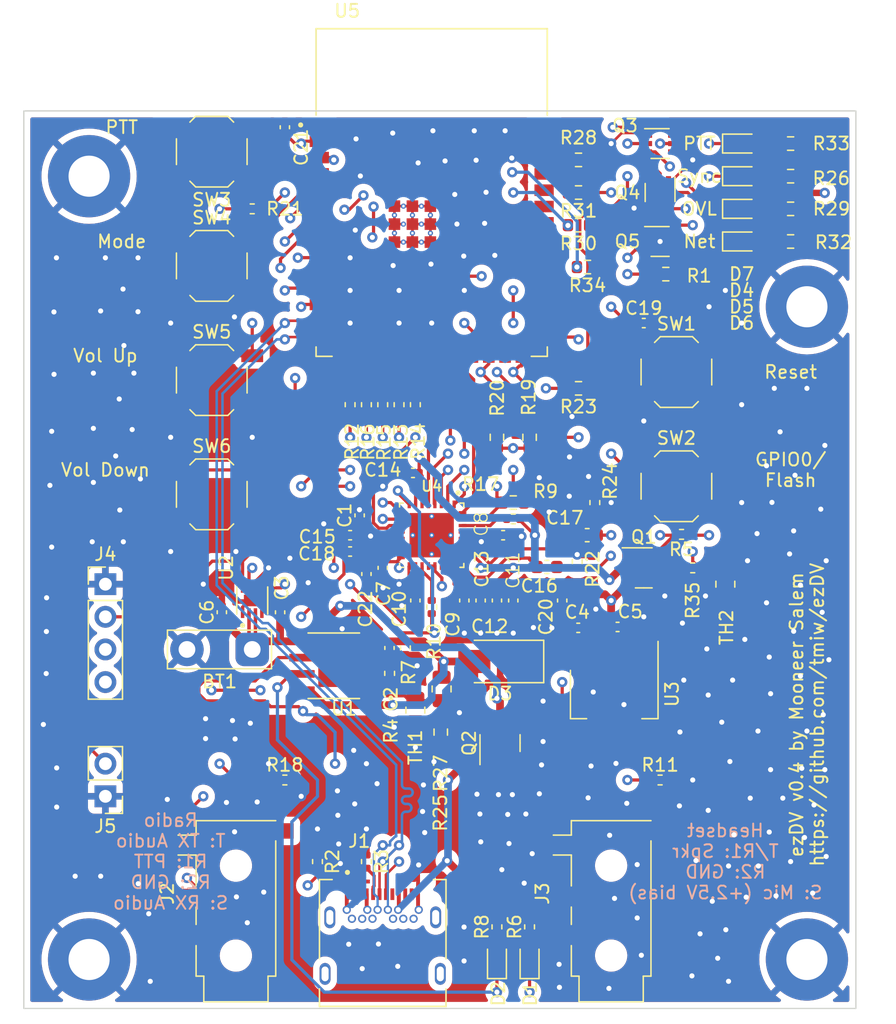
<source format=kicad_pcb>
(kicad_pcb (version 20211014) (generator pcbnew)
  (title_block (title "ezDV") (date "2022-10-01") (rev "v0.4") (company "FreeDV Project"))
  (layers (0 "F.Cu" signal) (1 "In1.Cu" signal) (2 "In2.Cu" signal) (31 "B.Cu" signal) (34 "B.Paste" user) (35 "F.Paste" user) (36 "B.SilkS" user "B.Silkscreen") (37 "F.SilkS" user "F.Silkscreen") (38 "B.Mask" user) (39 "F.Mask" user) (44 "Edge.Cuts" user))
  (net 0 "")
  (net 1 "BAT+")
  (net 2 "GND")
  (net 3 "USBC_VBUS")
  (net 4 "Net-(C4-Pad1)")
  (net 5 "3.3V")
  (net 6 "Net-(C7-Pad1)")
  (net 7 "TLV320_DVDD")
  (net 8 "TLV320_AVDD")
  (net 9 "TLV320_REF")
  (net 10 "TLV320_IN_DETECT")
  (net 11 "TLV320_IN_USER")
  (net 12 "TLV320_OUT_USER")
  (net 13 "User_Jack_Speaker")
  (net 14 "TLV320_OUT_RADIO")
  (net 15 "Radio_Jack_Speaker")
  (net 16 "Radio_Jack_Mic")
  (net 17 "TLV320_IN_RADIO")
  (net 18 "ESP32S3_EN")
  (net 19 "Net-(D1-Pad1)")
  (net 20 "Net-(D1-Pad2)")
  (net 21 "Net-(D2-Pad1)")
  (net 22 "Net-(D2-Pad2)")
  (net 23 "Net-(D4-Pad1)")
  (net 24 "Net-(D4-Pad2)")
  (net 25 "Net-(D5-Pad1)")
  (net 26 "Net-(D5-Pad2)")
  (net 27 "Net-(D6-Pad1)")
  (net 28 "Net-(D6-Pad2)")
  (net 29 "Net-(D7-Pad1)")
  (net 30 "Net-(D7-Pad2)")
  (net 33 "USBC_CC1")
  (net 34 "USB_D+")
  (net 35 "USB_D-")
  (net 41 "USBC_CC2")
  (net 45 "Radio_Jack_PTT")
  (net 46 "Net-(Q3-Pad2)")
  (net 47 "Net-(Q3-Pad5)")
  (net 48 "Net-(Q4-Pad2)")
  (net 49 "Net-(Q4-Pad5)")
  (net 50 "Net-(Q5-Pad2)")
  (net 51 "Net-(R4-Pad1)")
  (net 52 "Net-(R9-Pad2)")
  (net 53 "TLV320_OUT_MICBIAS")
  (net 54 "TLV320_IN_MCLK")
  (net 55 "GPIO3_TLV320_MCLK")
  (net 56 "TLV320_IN_DIN")
  (net 57 "GPIO10_TLV320_DIN")
  (net 58 "TLV320_OUT_DOUT")
  (net 59 "GPIO11_TLV320_DOUT")
  (net 60 "TLV320_IO_WCLK")
  (net 61 "GPIO9_TLV320_WCLK")
  (net 62 "TLV320_IO_BCLK")
  (net 63 "GPIO46_TLV320_BCLK")
  (net 64 "GPIO13_TLV320_RESET")
  (net 65 "GPIO45_SCL")
  (net 66 "GPIO47_SDA")
  (net 67 "GPIO4_PTT_IN")
  (net 68 "GPIO21_PTT_OUT")
  (net 69 "GPIO5_MODE_BTN")
  (net 70 "GPIO6_VOL_UP")
  (net 71 "GPIO7_VOL_DOWN")
  (net 72 "GPIO1_SYNC_LED")
  (net 73 "GPIO16_NET_LED")
  (net 74 "GPIO2_OVL_LED")
  (net 75 "GPIO15_PTT_LED")
  (net 76 "GPIO0_BOOT")
  (net 77 "GPIO8_BAT_ALERT")
  (net 79 "GPIO17_PERIPH_PWR")
  (net 88 "GPIO12_TLV320_MFP4")
  (net 89 "GPIO14_TLV320_MFP5")
  (net 92 "3.3V_PERIPH")
  (net 93 "Net-(Q1-Pad1)")
  (net 94 "Net-(Q5-Pad5)")
  (net 96 "TP4056_NTC")
  (net 97 "GPIO18_BOARD_TEMP")
  (footprint "Resistor_SMD:R_0603_1608Metric" (layer "F.Cu") (at 85.09 74.93 180)
    (fp_text reference "R31")
    (fp_text value "2.7K")
  )
  (footprint "Resistor_SMD:R_0402_1005Metric" (layer "F.Cu") (at 84.991831 103.650214 90)
    (fp_text reference "R22")
    (fp_text value "100K")
  )
  (footprint "Capacitor_SMD:C_0402_1005Metric" (layer "F.Cu") (at 83.82 106.68 -90)
    (fp_text reference "C20")
    (fp_text value "0.1uF")
  )
  (footprint "Resistor_SMD:R_0603_1608Metric" (layer "F.Cu") (at 101.6 78.74 180)
    (fp_text reference "R32")
    (fp_text value "50")
  )
  (footprint "Capacitor_SMD:C_0402_1005Metric" (layer "F.Cu") (at 57.324442 107.591604 90)
    (fp_text reference "C6")
    (fp_text value "0.1uF")
  )
  (footprint "Capacitor_SMD:C_0402_1005Metric" (layer "F.Cu") (at 79.22 101.6 180)
    (fp_text reference "C8")
    (fp_text value "10uF")
  )
  (footprint "Diode_SMD:D_0603_1608Metric" (layer "F.Cu") (at 97.79 76.2)
    (fp_text reference "D5")
    (fp_text value "OVL_LED")
  )
  (footprint "Button_Switch_SMD:SW_SPST_TL3342" (layer "F.Cu") (at 56.54 98.42)
    (fp_text reference "SW6")
    (fp_text value "Vol_Down_Button")
  )
  (footprint "Resistor_SMD:R_0402_1005Metric" (layer "F.Cu") (at 69.85 91.44 90)
    (fp_text reference "R15")
    (fp_text value "27")
  )
  (footprint "Resistor_SMD:R_0603_1608Metric" (layer "F.Cu") (at 80.01 99.06)
    (fp_text reference "R17")
    (fp_text value "4.7K")
  )
  (footprint "Package_TO_SOT_SMD:SOT-363_SC-70-6" (layer "F.Cu") (at 91.44 78.74)
    (fp_text reference "Q5")
    (fp_text value "MBT3904DW1T1")
  )
  (footprint "Button_Switch_SMD:SW_SPST_TL3342" (layer "F.Cu") (at 92.71 97.79)
    (fp_text reference "SW2")
    (fp_text value "ESP32S3 Boot Method")
  )
  (footprint "Diode_SMD:D_0603_1608Metric" (layer "F.Cu") (at 97.79 78.74)
    (fp_text reference "D6")
    (fp_text value "NET_LED")
  )
  (footprint "Resistor_SMD:R_0603_1608Metric" (layer "F.Cu") (at 81.28 93.98 90)
    (fp_text reference "R19")
    (fp_text value "4.7K")
  )
  (footprint "Resistor_SMD:R_0805_2012Metric" (layer "F.Cu") (at 72.39 115.2125 90)
    (fp_text reference "TH1")
    (fp_text value "SDNT2012X103F3950FTF")
  )
  (footprint "Package_TO_SOT_SMD:SOT-23" (layer "F.Cu") (at 90.17 104.14)
    (fp_text reference "Q1")
    (fp_text value "AO3401A")
  )
  (footprint "Package_TO_SOT_SMD:SOT-363_SC-70-6" (layer "F.Cu") (at 91.44 71.12)
    (fp_text reference "Q3")
    (fp_text value "MBT3904DW1T1")
  )
  (footprint "Capacitor_SMD:C_0402_1005Metric" (layer "F.Cu") (at 68.049508 100.055214 90)
    (fp_text reference "C1")
    (fp_text value "33pF")
  )
  (footprint "Resistor_SMD:R_0402_1005Metric" (layer "F.Cu") (at 68.58 127 -90)
    (fp_text reference "R3")
    (fp_text value "5.1K")
  )
  (footprint "Resistor_SMD:R_0402_1005Metric" (layer "F.Cu") (at 86.36 99.06 -90)
    (fp_text reference "R24")
    (fp_text value "100K")
  )
  (footprint "Capacitor_SMD:C_0402_1005Metric" (layer "F.Cu") (at 80.01 106.68 -90)
    (fp_text reference "C11")
    (fp_text value "10uF")
  )
  (footprint "Capacitor_SMD:C_0402_1005Metric" (layer "F.Cu") (at 67.31 102.87)
    (fp_text reference "C18")
    (fp_text value "0.47uF")
  )
  (footprint "Resistor_SMD:R_0402_1005Metric" (layer "F.Cu") (at 64.77 127 -90)
    (fp_text reference "R2")
    (fp_text value "5.1K")
  )
  (footprint "ezDV_production:IC_ADS125H01IRHBT" (layer "F.Cu") (at 73.66 101.6 -90)
    (fp_text reference "U4")
    (fp_text value "TLV320AIC3254IRHBR")
  )
  (footprint "MountingHole:MountingHole_3.2mm_M3_Pad" (layer "F.Cu") (at 46.99 73.66)
    (fp_text reference "H1" hide)
    (fp_text value "MountingHole_Pad")
  )
  (footprint "ezDV_production:HRO_TYPE-C-31-M-04" (layer "F.Cu") (at 69.85 129.54)
    (fp_text reference "J1")
    (fp_text value "TYPE-C-31-M-04")
  )
  (footprint "Capacitor_SMD:C_0402_1005Metric" (layer "F.Cu") (at 90.17 85.09)
    (fp_text reference "C19")
    (fp_text value "1uF")
  )
  (footprint "Resistor_SMD:R_0402_1005Metric" (layer "F.Cu") (at 59.69 76.2)
    (fp_text reference "R21")
    (fp_text value "10K")
  )
  (footprint "MountingHole:MountingHole_3.2mm_M3_Pad" (layer "F.Cu") (at 46.99 134.62)
    (fp_text reference "H4" hide)
    (fp_text value "MountingHole_Pad")
  )
  (footprint "Capacitor_SMD:C_0402_1005Metric" (layer "F.Cu") (at 69.85 104.14 -90)
    (fp_text reference "C7")
    (fp_text value "0.1uF")
  )
  (footprint "Diode_SMD:D_0603_1608Metric" (layer "F.Cu") (at 97.79 73.66)
    (fp_text reference "D4")
    (fp_text value "SYNC_LED")
  )
  (footprint "Capacitor_SMD:C_0402_1005Metric" (layer "F.Cu") (at 67.31 101.6)
    (fp_text reference "C15")
    (fp_text value "0.47uF")
  )
  (footprint "Diode_SMD:D_0603_1608Metric" (layer "F.Cu") (at 78.74 134.62 90)
    (fp_text reference "D2")
    (fp_text value "Red")
  )
  (footprint "Connector_Audio:Jack_3.5mm_PJ320D_Horizontal" (layer "F.Cu") (at 87.63 129.54 90)
    (fp_text reference "J3")
    (fp_text value "User_Jack")
  )
  (footprint "Resistor_SMD:R_0402_1005Metric" (layer "F.Cu") (at 72.39 91.44 90)
    (fp_text reference "R14")
    (fp_text value "27")
  )
  (footprint "Resistor_SMD:R_0603_1608Metric" (layer "F.Cu") (at 101.6 76.2)
    (fp_text reference "R29")
    (fp_text value "50")
  )
  (footprint "Connector_Audio:Jack_3.5mm_PJ320D_Horizontal" (layer "F.Cu") (at 58.42 129.54 90)
    (fp_text reference "J2")
    (fp_text value "Radio_Jack")
  )
  (footprint "Resistor_SMD:R_0603_1608Metric" (layer "F.Cu") (at 74.366178 116.922375 -90)
    (fp_text reference "R25")
    (fp_text value "80.6K")
  )
  (footprint "Resistor_SMD:R_0402_1005Metric" (layer "F.Cu") (at 81.28 132.08 90)
    (fp_text reference "R6")
    (fp_text value "1K")
  )
  (footprint "Resistor_SMD:R_0402_1005Metric" (layer "F.Cu") (at 93.98 104.14)
    (fp_text reference "R35")
    (fp_text value "10K")
  )
  (footprint "Capacitor_SMD:C_0402_1005Metric" (layer "F.Cu") (at 72.39 106.68 90)
    (fp_text reference "C10")
    (fp_text value "10uF")
  )
  (footprint "Diode_SMD:D_0603_1608Metric" (layer "F.Cu") (at 81.28 134.62 90)
    (fp_text reference "D1")
    (fp_text value "Green")
  )
  (footprint "Connector_PinHeader_2.54mm:PinHeader_1x04_P2.54mm_Vertical" (layer "F.Cu") (at 48.26 105.41)
    (fp_text reference "J4")
    (fp_text value "I2C Breakout")
  )
  (footprint "Resistor_SMD:R_0402_1005Metric" (layer "F.Cu") (at 71.12 91.44 90)
    (fp_text reference "R13")
    (fp_text value "27")
  )
  (footprint "Resistor_SMD:R_0805_2012Metric" (layer "F.Cu") (at 74.431525 113.564379 -90)
    (fp_text reference "R27")
    (fp_text value "4.87K")
  )
  (footprint "TestPoint:TestPoint_2Pads_Pitch5.08mm_Drill1.3mm" (layer "F.Cu") (at 59.69 110.49 180)
    (fp_text reference "BT1")
    (fp_text value "Battery")
  )
  (footprint "Capacitor_SMD:C_0402_1005Metric" (layer "F.Cu") (at 88.129973 108.739432)
    (fp_text reference "C5")
    (fp_text value "1uF")
  )
  (footprint "ezDV_production:SOP127P600X175-9N" (layer "F.Cu") (at 66.04 111.76 180)
    (fp_text reference "U1")
    (fp_text value "TP4056")
  )
  (footprint "Package_TO_SOT_SMD:SOT-223" (layer "F.Cu") (at 87.87 113.9675 -90)
    (fp_text reference "U3")
    (fp_text value "TLV1117LV-33")
  )
  (footprint "Resistor_SMD:R_0603_1608Metric" (layer "F.Cu") (at 101.6 71.12)
    (fp_text reference "R33")
    (fp_text value "50")
  )
  (footprint "Package_TO_SOT_SMD:SOT-23" (layer "F.Cu") (at 78.98 117.7775 90)
    (fp_text reference "Q2")
    (fp_text value "AO3401A")
  )
  (footprint "Capacitor_SMD:C_0603_1608Metric" (layer "F.Cu") (at 82.628123 104.071469)
    (fp_text reference "C16")
    (fp_text value "47uF")
  )
  (footprint "ezDV_production:SON50P200X200X80-9N" (layer "F.Cu") (at 59.69 106.68 90)
    (fp_text reference "U2")
    (fp_text value "MAX17048G+T10")
  )
  (footprint "Capacitor_SMD:C_0603_1608Metric" (layer "F.Cu") (at 85.765241 101.59486)
    (fp_text reference "C17")
    (fp_text value "47uF")
  )
  (footprint "Button_Switch_SMD:SW_SPST_TL3342" (layer "F.Cu") (at 92.71 88.9)
    (fp_text reference "SW1")
    (fp_text value "ESP32S3 Reset")
  )
  (footprint "Resistor_SMD:R_0402_1005Metric" (layer "F.Cu") (at 62.23 120.65)
    (fp_text reference "R18")
    (fp_text value "100K")
  )
  (footprint "Resistor_SMD:R_0603_1608Metric" (layer "F.Cu") (at 85.09 77.47 180)
    (fp_text reference "R30")
    (fp_text value "2.7K")
  )
  (footprint "Resistor_SMD:R_0805_2012Metric" (layer "F.Cu") (at 96.52 105.41 -90)
    (fp_text reference "TH2")
    (fp_text value "SDNT2012X103F3950FTF")
  )
  (footprint "Resistor_SMD:R_0402_1005Metric" (layer "F.Cu") (at 71.614218 110.371194 -90)
    (fp_text reference "R7")
    (fp_text value "100K")
  )
  (footprint "Capacitor_SMD:C_0402_1005Metric" (layer "F.Cu") (at 85.067867 108.809212 180)
    (fp_text reference "C4")
    (fp_text value "1uF")
  )
  (footprint "Resistor_SMD:R_0603_1608Metric" (layer "F.Cu") (at 101.6 73.66)
    (fp_text reference "R26")
    (fp_text value "50")
  )
  (footprint "Resistor_SMD:R_0402_1005Metric" (layer "F.Cu") (at 70.385613 112.352196 90)
    (fp_text reference "R4")
    (fp_text value "1.2K")
  )
  (footprint "Resistor_SMD:R_0402_1005Metric" (layer "F.Cu") (at 68.58 91.44 90)
    (fp_text reference "R16")
    (fp_text value "27")
  )
  (footprint "Capacitor_SMD:C_0402_1005Metric" (layer "F.Cu") (at 68.58 104.62 -90)
    (fp_text reference "C22")
    (fp_text value "33pF")
  )
  (footprint "Capacitor_SMD:C_0402_1005Metric" (layer "F.Cu") (at 76.2 106.68 -90)
    (fp_text reference "C9")
    (fp_text value "10uF")
  )
  (footprint "Resistor_SMD:R_0402_1005Metric" (layer "F.Cu") (at 93.108715 101.533547 180)
    (fp_text reference "R5")
    (fp_text value "10K")
  )
  (footprint "Capacitor_SMD:C_0402_1005Metric" (layer "F.Cu") (at 61.860412 107.598049 90)
    (fp_text reference "C3")
    (fp_text value "10uF")
  )
  (footprint "Capacitor_SMD:C_0402_1005Metric" (layer "F.Cu") (at 77.47 106.68 -90)
    (fp_text reference "C13")
    (fp_text value "0.1uF")
  )
  (footprint "Resistor_SMD:R_0603_1608Metric" (layer "F.Cu") (at 85.09 72.39 180)
    (fp_text reference "R28")
    (fp_text value "2.7K")
  )
  (footprint "Button_Switch_SMD:SW_SPST_TL3342" (layer "F.Cu") (at 56.54 89.53)
    (fp_text reference "SW5")
    (fp_text value "Vol_Up_Button")
  )
  (footprint "Resistor_SMD:R_0402_1005Metric" (layer "F.Cu") (at 91.44 120.65)
    (fp_text reference "R11")
    (fp_text value "100K")
  )
  (footprint "Resistor_SMD:R_0402_1005Metric" (layer "F.Cu") (at 67.31 91.44 90)
    (fp_text reference "R12")
    (fp_text value "10")
  )
  (footprint "Capacitor_SMD:C_0402_1005Metric" (layer "F.Cu") (at 70.37432 110.374866 90)
    (fp_text reference "C2")
    (fp_text value "10uF")
  )
  (footprint "Resistor_SMD:R_0603_1608Metric" (layer "F.Cu") (at 91.885 81.28)
    (fp_text reference "R1")
    (fp_text value "2.7K")
  )
  (footprint "Package_TO_SOT_SMD:SOT-363_SC-70-6" (layer "F.Cu") (at 91.44 74.93 -90)
    (fp_text reference "Q4")
    (fp_text value "MBT3904DW1T1")
  )
  (footprint "ezDV_production:XCVR_ESP32S3WROOM1N8R8" (layer "F.Cu") (at 73.66 74.93)
    (fp_text reference "U5")
    (fp_text value "ESP32-S3-WROOM-1-N16R8")
  )
  (footprint "Resistor_SMD:R_0603_1608Metric" (layer "F.Cu") (at 78.74 93.98 90)
    (fp_text reference "R20")
    (fp_text value "4.7K")
  )
  (footprint "Connector_PinHeader_2.54mm:PinHeader_1x02_P2.54mm_Vertical" (layer "F.Cu") (at 48.26 121.92 180)
    (fp_text reference "J5")
    (fp_text value "PTT Breakout")
  )
  (footprint "Capacitor_SMD:C_0402_1005Metric" (layer "F.Cu") (at 72.20478 96.751524 180)
    (fp_text reference "C14")
    (fp_text value "0.1uF")
  )
  (footprint "MountingHole:MountingHole_3.2mm_M3_Pad" (layer "F.Cu") (at 102.87 83.82)
    (fp_text reference "H3" hide)
    (fp_text value "MountingHole_Pad")
  )
  (footprint "Resistor_SMD:R_0603_1608Metric" (layer "F.Cu") (at 85.09 90.17 180)
    (fp_text reference "R23")
    (fp_text value "2.7K")
  )
  (footprint "Resistor_SMD:R_0402_1005Metric" (layer "F.Cu") (at 78.74 132.08 90)
    (fp_text reference "R8")
    (fp_text value "1K")
  )
  (footprint "Diode_SMD:D_SMA" (layer "F.Cu") (at 78.98 111.4275 180)
    (fp_text reference "D3")
    (fp_text value "SS34")
  )
  (footprint "MountingHole:MountingHole_3.2mm_M3_Pad" (layer "F.Cu") (at 102.87 134.62)
    (fp_text reference "H2" hide)
    (fp_text value "MountingHole_Pad")
  )
  (footprint "Button_Switch_SMD:SW_SPST_TL3342" (layer "F.Cu") (at 56.54 80.64)
    (fp_text reference "SW4")
    (fp_text value "Mode_Button")
  )
  (footprint "Button_Switch_SMD:SW_SPST_TL3342" (layer "F.Cu") (at 56.54 71.75 180)
    (fp_text reference "SW3")
    (fp_text value "PTT_Button")
  )
  (footprint "Capacitor_SMD:C_0402_1005Metric" (layer "F.Cu") (at 62.23 69.85 90)
    (fp_text reference "C21")
    (fp_text value "10uF")
  )
  (footprint "Resistor_SMD:R_0603_1608Metric" (layer "F.Cu") (at 85.789769 80.730547 180)
    (fp_text reference "R34")
    (fp_text value "2.7K")
  )
  (footprint "Resistor_SMD:R_0402_1005Metric" (layer "F.Cu") (at 80.01 100.33 180)
    (fp_text reference "R9")
    (fp_text value "4.7K")
  )
  (footprint "Capacitor_SMD:C_0402_1005Metric" (layer "F.Cu") (at 78.74 106.68 -90)
    (fp_text reference "C12")
    (fp_text value "1uF")
  )
  (footprint "Resistor_SMD:R_0402_1005Metric" (layer "F.Cu") (at 73.66 107.19 -90)
    (fp_text reference "R10")
    (fp_text value "1K")
  )
  (footprint "Diode_SMD:D_0603_1608Metric" (layer "F.Cu") (at 97.79 71.12)
    (fp_text reference "D7")
    (fp_text value "PTT_LED")
  )
  (gr_poly (pts (xy 106.68 138.43) (xy 41.91 138.43) (xy 41.91 68.58) (xy 106.68 68.58)) (layer "Edge.Cuts") (width 0.1) (fill none))
  (gr_text "Radio\nT: TX Audio\nR1: PTT\nR2: GND\nS: RX Audio" (at 53.34 127) (layer "B.SilkS") (effects (font (size 1 1)) (justify mirror)))
  (gr_text "Headset\nT/R1: Spkr\nR2: GND\nS: Mic (+2.5V bias)" (at 96.52 127) (layer "B.SilkS") (effects (font (size 1 1)) (justify mirror)))
  (gr_text "Net" (at 94.5 78.74) (layer "F.SilkS") (effects (font (size 1 1))))
  (gr_text "Vol Up" (at 48.26 87.63) (layer "F.SilkS") (effects (font (size 1 1))))
  (gr_text "GPIO0/\nFlash" (at 101.6 96.52) (layer "F.SilkS") (effects (font (size 1 1))))
  (gr_text "Mode" (at 49.53 78.74) (layer "F.SilkS") (effects (font (size 1 1))))
  (gr_text "Reset" (at 101.6 88.9) (layer "F.SilkS") (effects (font (size 1 1))))
  (gr_text "Vol Down" (at 48.26 96.52) (layer "F.SilkS") (effects (font (size 1 1))))
  (gr_text "PTT" (at 94.5 71.12) (layer "F.SilkS") (effects (font (size 1 1))))
  (gr_text "OVL" (at 94.5 76.2) (layer "F.SilkS") (effects (font (size 1 1))))
  (gr_text "PTT" (at 49.53 69.85) (layer "F.SilkS") (effects (font (size 1 1))))
  (gr_text "ezDV v0.4 by Mooneer Salem\nhttps://github.com/tmiw/ezDV" (at 102.87 115.57 90) (layer "F.SilkS") (effects (font (size 1 1))))
  (gr_text "Sync" (at 94.5 73.66) (layer "F.SilkS") (effects (font (size 1 1))))
  (segment (start 61.860412 109.589588) (end 61.595 109.855) (width 0.25) (layer "F.Cu") (net 1))
  (segment (start 59.94 110.24) (end 59.69 110.49) (width 0.2) (layer "F.Cu") (net 1))
  (segment (start 61.595 109.855) (end 60.325 109.855) (width 0.6) (layer "F.Cu") (net 1))
  (segment (start 59.44 107.665) (end 59.44 110.24) (width 0.27) (layer "F.Cu") (net 1))
  (segment (start 78.98 116.84) (end 78.98 114.54) (width 0.6) (layer "F.Cu") (net 1))
  (segment (start 63.789666 109.855) (end 66.547208 107.097458) (width 0.6) (layer "F.Cu") (net 1))
  (segment (start 60.325 109.855) (end 59.69 110.49) (width 0.4) (layer "F.Cu") (net 1))
  (segment (start 59.44 110.24) (end 59.69 110.49) (width 0.2) (layer "F.Cu") (net 1))
  (segment (start 57.324442 108.124442) (end 59.69 110.49) (width 0.6) (layer "F.Cu") (net 1))
  (segment (start 61.860412 108.078049) (end 61.860412 109.589588) (width 0.6) (layer "F.Cu") (net 1))
  (segment (start 78.98 114.54) (end 78.74 114.3) (width 0.25) (layer "F.Cu") (net 1))
  (segment (start 57.324442 108.071604) (end 57.324442 108.124442) (width 0.25) (layer "F.Cu") (net 1))
  (segment (start 59.94 107.665) (end 59.94 110.24) (width 0.27) (layer "F.Cu") (net 1))
  (segment (start 63.565 109.855) (end 61.595 109.855) (width 0.6) (layer "F.Cu") (net 1))
  (segment (start 63.565 109.855) (end 63.789666 109.855) (width 0.4) (layer "F.Cu") (net 1))
  (via (at 66.547208 107.097458) (size 0.8) (drill 0.4) (layers "F.Cu" "B.Cu") (net 1))
  (via (at 78.74 114.3) (size 0.8) (drill 0.4) (layers "F.Cu" "B.Cu") (net 1))
  (segment (start 76.036398 110.326398) (end 72.226398 110.326398) (width 0.6) (layer "B.Cu") (net 1))
  (segment (start 78.74 114.3) (end 78.74 113.03) (width 0.6) (layer "B.Cu") (net 1))
  (segment (start 72.226398 110.326398) (end 68.997458 107.097458) (width 0.6) (layer "B.Cu") (net 1))
  (segment (start 78.74 113.03) (end 76.036398 110.326398) (width 0.6) (layer "B.Cu") (net 1))
  (segment (start 66.547208 107.097458) (end 68.997458 107.097458) (width 0.6) (layer "B.Cu") (net 1))
  (segment (start 91.44 78.965) (end 91.865 79.39) (width 0.25) (layer "F.Cu") (net 2))
  (segment (start 87.63 99.06) (end 88.26 99.69) (width 0.2) (layer "F.Cu") (net 2))
  (segment (start 71.42622 105.10378) (end 71.12 105.41) (width 0.2) (layer "F.Cu") (net 2))
  (segment (start 53.39 100.32) (end 53.39 102.82) (width 0.25) (layer "F.Cu") (net 2))
  (segment (start 71.91 104) (end 71.875062 104.034938) (width 0.2) (layer "F.Cu") (net 2))
  (segment (start 72.86 75.99) (end 73.56 75.99) (width 0.2) (layer "F.Cu") (net 2))
  (segment (start 97.16 99.69) (end 97.79 99.06) (width 0.2) (layer "F.Cu") (net 2))
  (segment (start 73.56 78.09) (end 73.56 77.39) (width 0.2) (layer "F.Cu") (net 2))
  (segment (start 72.86 77.39) (end 72.16 77.39) (width 0.2) (layer "F.Cu") (net 2))
  (segment (start 53.39 82.54) (end 53.39 85.04) (width 0.25) (layer "F.Cu") (net 2))
  (segment (start 70.76 78.09) (end 70.76 78.79) (width 0.2) (layer "F.Cu") (net 2))
  (segment (start 60.96 104.14) (end 59.94 105.16) (width 0.2) (layer "F.Cu") (net 2))
  (segment (start 70.76 77.39) (end 70.76 78.09) (width 0.2) (layer "F.Cu") (net 2))
  (segment (start 95.86 90.8) (end 97.15 90.8) (width 0.2) (layer "F.Cu") (net 2))
  (segment (start 72.6 130.7) (end 72.65 130.75) (width 0.2) (layer "F.Cu") (net 2))
  (segment (start 70.76 76.69) (end 70.76 77.39) (width 0.2) (layer "F.Cu") (net 2))
  (segment (start 67.05 129.59) (end 67.1 129.54) (width 0.2) (layer "F.Cu") (net 2))
  (segment (start 92.39 71.77) (end 93.36 71.77) (width 0.2) (layer "F.Cu") (net 2))
  (segment (start 67.1 129.54) (end 67.1 127.7022) (width 0.3) (layer "F.Cu") (net 2))
  (segment (start 70.76 77.39) (end 71.46 77.39) (width 0.2) (layer "F.Cu") (net 2))
  (segment (start 72.16 78.09) (end 72.16 77.39) (width 0.2) (layer "F.Cu") (net 2))
  (segment (start 73.56 76.69) (end 73.56 75.99) (width 0.2) (layer "F.Cu") (net 2))
  (segment (start 97.15 90.8) (end 97.79 91.44) (width 0.2) (layer "F.Cu") (net 2))
  (segment (start 72.41 97.444353) (end 71.72478 96.759133) (width 0.25) (layer "F.Cu") (net 2))
  (segment (start 59.94 105.695) (end 59.94 106.43) (width 0.25) (layer "F.Cu") (net 2))
  (segment (start 59.924875 106.68) (end 60.44 107.195125) (width 0.25) (layer "F.Cu") (net 2))
  (segment (start 72.16 75.99) (end 72.86 75.99) (width 0.2) (layer "F.Cu") (net 2))
  (segment (start 77.268799 101.85) (end 77.522473 102.103674) (width 0.2) (layer "F.Cu") (net 2))
  (segment (start 67.1 127.7022) (end 66.54957 127.15177) (width 0.3) (layer "F.Cu") (net 2))
  (segment (start 72.6 129.54) (end 72.6 127.305945) (width 0.3) (layer "F.Cu") (net 2))
  (segment (start 64.77 124.46) (end 64.77 126.49) (width 0.4) (layer "F.Cu") (net 2))
  (segment (start 91.865 79.39) (end 92.39 79.39) (width 0.25) (layer "F.Cu") (net 2))
  (segment (start 88.26 99.69) (end 89.56 99.69) (width 0.2) (layer "F.Cu") (net 2))
  (segment (start 92.39 73.98) (end 93.98 72.39) (width 0.2) (layer "F.Cu") (net 2))
  (segment (start 76.06 101.85) (end 77.268799 101.85) (width 0.2) (layer "F.Cu") (net 2))
  (segment (start 60.44 107.195125) (end 60.44 107.665) (width 0.25) (layer "F.Cu") (net 2))
  (segment (start 59.69 83.223728) (end 58.306151 84.607577) (width 0.25) (layer "F.Cu") (net 2))
  (segment (start 72.6 127.305945) (end 72.644628 127.261317) (width 0.25) (layer "F.Cu") (net 2))
  (segment (start 59.455125 106.68) (end 59.69 106.68) (width 0.25) (layer "F.Cu") (net 2))
  (segment (start 71.46 75.99) (end 72.16 75.99) (width 0.2) (layer "F.Cu") (net 2))
  (segment (start 68.58 105.1) (end 69.37 105.1) (width 0.25) (layer "F.Cu") (net 2))
  (segment (start 71.26 101.35) (end 70.456346 101.35) (width 0.2) (layer "F.Cu") (net 2))
  (segment (start 95.86 99.69) (end 97.16 99.69) (width 0.2) (layer "F.Cu") (net 2))
  (segment (start 71.46 78.79) (end 72.16 78.79) (width 0.2) (layer "F.Cu") (net 2))
  (segment (start 72.16 75.99) (end 72.16 76.69) (width 0.2) (layer "F.Cu") (net 2))
  (segment (start 71.875062 105.10378) (end 71.42622 105.10378) (width 0.2) (layer "F.Cu") (net 2))
  (segment (start 72.16 76.69) (end 72.16 77.39) (width 0.2) (layer "F.Cu") (net 2))
  (segment (start 58.94 107.665) (end 58.94 107.195125) (width 0.25) (layer "F.Cu") (net 2))
  (segment (start 89.56 92.1) (end 90.17 92.71) (width 0.2) (layer "F.Cu") (net 2))
  (segment (start 72.86 77.39) (end 73.56 77.39) (width 0.2) (layer "F.Cu") (net 2))
  (segment (start 88.452348 70.297652) (end 87.63 71.12) (width 0.2) (layer "F.Cu") (net 2))
  (segment (start 90.79 78.09) (end 91.44 78.74) (width 0.2) (layer "F.Cu") (net 2))
  (segment (start 73.56 78.09) (end 73.56 78.79) (width 0.2) (layer "F.Cu") (net 2))
  (segment (start 90.49 70.47) (end 90.317652 70.297652) (width 0.2) (layer "F.Cu") (net 2))
  (segment (start 71.875062 104.034938) (end 71.875062 105.10378) (width 0.2) (layer "F.Cu") (net 2))
  (segment (start 72.16 78.09) (end 72.16 78.79) (width 0.2) (layer "F.Cu") (net 2))
  (segment (start 53.39 91.43) (end 53.39 93.93) (width 0.25) (layer "F.Cu") (net 2))
  (segment (start 72.86 78.79) (end 72.16 78.79) (width 0.2) (layer "F.Cu") (net 2))
  (segment (start 59.69 106.68) (end 59.924875 106.68) (width 0.25) (layer "F.Cu") (net 2))
  (segment (start 90.49 78.09) (end 90.79 78.09) (width 0.2) (layer "F.Cu") (net 2))
  (segment (start 69.37 105.1) (end 69.85 104.62) (width 0.25) (layer "F.Cu") (net 2))
  (segment (start 92.265 120.65) (end 93.98 120.65) (width 0.4) (layer "F.Cu") (net 2))
  (segment (start 70.326346 101.48) (end 69.089697 101.48) (width 0.2) (layer "F.Cu") (net 2))
  (segment (start 91.44 78.74) (end 91.44 78.965) (width 0.25) (layer "F.Cu") (net 2))
  (segment (start 73.56 78.79) (end 72.86 78.79) (width 0.2) (layer "F.Cu") (net 2))
  (segment (start 66.04 111.76) (end 67.88 111.76) (width 0.2) (layer "F.Cu") (net 2))
  (segment (start 71.46 75.99) (end 70.76 75.99) (width 0.2) (layer "F.Cu") (net 2))
  (segment (start 67.88 111.76) (end 68.515 111.125) (width 0.2) (layer "F.Cu") (net 2))
  (segment (start 71.72478 96.759133) (end 71.72478 96.751524) (width 0.25) (layer "F.Cu") (net 2))
  (segment (start 48.895 132.715) (end 46.99 134.62) (width 0.4) (layer "F.Cu") (net 2))
  (segment (start 92.09 73.98) (end 92.39 73.98) (width 0.2) (layer "F.Cu") (net 2))
  (segment (start 93.36 71.77) (end 93.98 72.39) (width 0.2) (layer "F.Cu") (net 2))
  (segment (start 72.6 129.54) (end 72.6 130.7) (width 0.3) (layer "F.Cu") (net 2))
  (segment (start 53.39 93.93) (end 53.34 93.98) (width 0.2) (layer "F.Cu") (net 2))
  (segment (start 53.39 85.04) (end 53.34 85.09) (width 0.2) (layer "F.Cu") (net 2))
  (segment (start 70.76 75.99) (end 70.76 76.69) (width 0.2) (layer "F.Cu") (net 2))
  (segment (start 59.69 91.43) (end 59.69 93.98) (width 0.25) (layer "F.Cu") (net 2))
  (segment (start 59.69 101.6) (end 59.69 100.32) (width 0.25) (layer "F.Cu") (net 2))
  (segment (start 71.46 78.79) (end 70.76 78.79) (width 0.2) (layer "F.Cu") (net 2))
  (segment (start 53.39 102.82) (end 53.34 102.87) (width 0.2) (layer "F.Cu") (net 2))
  (segment (start 58.42 102.87) (end 59.69 101.6) (width 0.25) (layer "F.Cu") (net 2))
  (segment (start 68.58 124.46) (end 68.58 126.49) (width 0.4) (layer "F.Cu") (net 2))
  (segment (start 72.41 99.2) (end 72.41 97.444353) (width 0.25) (layer "F.Cu") (net 2))
  (segment (start 90.317652 70.297652) (end 88.452348 70.297652) (width 0.2) (layer "F.Cu") (net 2))
  (segment (start 71.414928 107.16) (end 71.337697 107.082769) (width 0.2) (layer "F.Cu") (net 2))
  (segment (start 70.456346 101.35) (end 70.326346 101.48) (width 0.2) (layer "F.Cu") (net 2))
  (segment (start 67.05 130.75) (end 67.05 129.59) (width 0.3) (layer "F.Cu") (net 2))
  (segment (start 73.56 76.69) (end 73.56 77.39) (width 0.2) (layer "F.Cu") (net 2))
  (segment (start 59.94 106.43) (end 59.69 106.68) (width 0.25) (layer "F.Cu") (net 2))
  (segment (start 59.94 105.16) (end 59.94 105.695) (width 0.2) (layer "F.Cu") (net 2))
  (segment (start 89.56 90.8) (end 89.56 92.1) (width 0.2) (layer "F.Cu") (net 2))
  (segment (start 59.69 82.54) (end 59.69 83.223728) (width 0.25) (layer "F.Cu") (net 2))
  (segment (start 69.089697 101.48) (end 68.90215 101.667547) (width 0.2) (layer "F.Cu") (net 2))
  (segment (start 58.94 107.195125) (end 59.455125 106.68) (width 0.25) (layer "F.Cu") (net 2))
  (via (at 87.511822 124.953329) (size 0.8) (drill 0.4) (layers "F.Cu" "B.Cu") (net 2))
  (via (at 80.859611 128.679718) (size 0.8) (drill 0.4) (layers "F.Cu" "B.Cu") (net 2))
  (via (at 71.018232 135.151344) (size 0.8) (drill 0.4) (layers "F.Cu" "B.Cu") (net 2))
  (via (at 70.62759 70.30502) (size 0.8) (drill 0.4) (layers "F.Cu" "B.Cu") (net 2))
  (via (at 90.17 92.71) (size 0.8) (drill 0.4) (layers "F.Cu" "B.Cu") (net 2))
  (via (at 102.681321 125.124912) (size 0.8) (drill 0.4) (layers "F.Cu" "B.Cu") (net 2))
  (via (at 88.626381 114.781217) (size 0.8) (drill 0.4) (layers "F.Cu" "B.Cu") (net 2))
  (via (at 65.257253 100.712163) (size 0.8) (drill 0.4) (layers "F.Cu" "B.Cu") (net 2))
  (via (at 93.284164 112.876932) (size 0.8) (drill 0.4) (layers "F.Cu" "B.Cu") (net 2))
  (via (at 98.246707 103.585361) (size 0.8) (drill 0.4) (layers "F.Cu" "B.Cu") (net 2))
  (via (at 58.355804 117.457486) (size 0.8) (drill 0.4) (layers "F.Cu" "B.Cu") (net 2))
  (via (at 79.940815 121.788743) (size 0.8) (drill 0.4) (layers "F.Cu" "B.Cu") (net 2))
  (via (at 99.724912 106.858528) (size 0.8) (drill 0.4) (layers "F.Cu" "B.Cu") (net 2))
  (via (at 66.355749 123.396637) (size 0.8) (drill 0.4) (layers "F.Cu" "B.Cu") (net 2))
  (via (at 103.420423 122.590847) (size 0.8) (drill 0.4) (layers "F.Cu" "B.Cu") (net 2))
  (via (at 56.059082 115.880853) (size 0.8) (drill 0.4) (layers "F.Cu" "B.Cu") (net 2))
  (via (at 91.805959 106.330598) (size 0.8) (drill 0.4) (layers "F.Cu" "B.Cu") (net 2))
  (via (at 88.005454 119.360549) (size 0.8) (drill 0.4) (layers "F.Cu" "B.Cu") (net 2))
  (via (at 98.457879 122.062917) (size 0.8) (drill 0.4) (layers "F.Cu" "B.Cu") (net 2))
  (via (at 68.90215 101.667547) (size 0.8) (drill 0.4) (layers "F.Cu" "B.Cu") (net 2))
  (via (at 89.655887 127.233094) (size 0.8) (drill 0.4) (layers "F.Cu" "B.Cu") (net 2))
  (via (at 50.815926 128.721364) (size 0.8) (drill 0.4) (layers "F.Cu" "B.Cu") (net 2))
  (via (at 59.541841 116.231914) (size 0.8) (drill 0.4) (layers "F.Cu" "B.Cu") (net 2))
  (via (at 79.678301 125.595186) (size 0.8) (drill 0.4) (layers "F.Cu" "B.Cu") (net 2))
  (via (at 97.79 91.44) (size 0.8) (drill 0.4) (layers "F.Cu" "B.Cu") (net 2))
  (via (at 64.044091 105.296323) (size 0.8) (drill 0.4) (layers "F.Cu" "B.Cu") (net 2))
  (via (at 67.668316 122.510655) (size 0.8) (drill 0.4) (layers "F.Cu" "B.Cu") (net 2))
  (via (at 67.201466 133.432895) (size 0.8) (drill 0.4) (layers "F.Cu" "B.Cu") (net 2))
  (via (at 80.01 109.22) (size 0.8) (drill 0.4) (layers "F.Cu" "B.Cu") (net 2))
  (via (at 67.589021 118.345398) (size 0.8) (drill 0.4) (layers "F.Cu" "B.Cu") (net 2))
  (via (at 90.17 107.95) (size 0.8) (drill 0.4) (layers "F.Cu" "B.Cu") (net 2))
  (via (at 82.329331 117.655234) (size 0.8) (drill 0.4) (layers "F.Cu" "B.Cu") (net 2))
  (via (at 47.324831 88.987026) (size 0.8) (drill 0.4) (layers "F.Cu" "B.Cu") (net 2))
  (via (at 104.265111 94.610548) (size 0.8) (drill 0.4) (layers "F.Cu" "B.Cu") (net 2))
  (via (at 69.85 97.79) (size 0.8) (drill 0.4) (layers "F.Cu" "B.Cu") (net 2))
  (via (at 53.077938 122.162101) (size 0.8) (drill 0.4) (layers "F.Cu" "B.Cu") (net 2))
  (via (at 79.37544 70.123717) (size 0.8) (drill 0.4) (layers "F.Cu" "B.Cu") (net 2))
  (via (at 104.265111 119.84561) (size 0.8) (drill 0.4) (layers "F.Cu" "B.Cu") (net 2))
  (via (at 72.39 118.11) (size 0.8) (drill 0.4) (layers "F.Cu" "B.Cu") (net 2))
  (via (at 97.085261 112.876932) (size 0.8) (drill 0.4) (layers "F.Cu" "B.Cu") (net 2))
  (via (at 82.329331 114.509702) (size 0.8) (drill 0.4) (layers "F.Cu" "B.Cu") (net 2))
  (via (at 51.634243 131.059413) (size 0.8) (drill 0.4) (layers "F.Cu" "B.Cu") (net 2))
  (via (at 78.572725 79.821101) (size 0.8) (drill 0.4) (layers "F.Cu" "B.Cu") (net 2))
  (via (at 95.50147 130.087455) (size 0.8) (drill 0.4) (layers "F.Cu" "B.Cu") (net 2))
  (via (at 77.522473 102.103674) (size 0.8) (drill 0.4) (layers "F.Cu" "B.Cu") (net 2))
  (via (at 56.059082 117.429955) (size 0.8) (drill 0.4) (layers "F.Cu" "B.Cu") (net 2))
  (via (at 79.895014 72.246275) (size 0.8) (drill 0.4) (layers "F.Cu" "B.Cu") (net 2))
  (via (at 50.479918 88.987026) (size 0.8) (drill 0.4) (layers "F.Cu" "B.Cu") (net 2))
  (via (at 79.579859 123.331009) (size 0.8) (drill 0.4) (layers "F.Cu" "B.Cu") (net 2))
  (via (at 91.44 78.74) (size 0.8) (drill 0.4) (layers "F.Cu" "B.Cu") (net 2))
  (via (at 84.984436 103.106438) (size 0.8) (drill 0.4) (layers "F.Cu" "B.Cu") (net 2))
  (via (at 77.118207 72.416284) (size 0.8) (drill 0.4) (layers "F.Cu" "B.Cu") (net 2))
  (via (at 97.190847 124.91374) (size 0.8) (drill 0.4) (layers "F.Cu" "B.Cu") (net 2))
  (via (at 60.96 104.14) (size 0.8) (drill 0.4) (layers "F.Cu" "B.Cu") (net 2))
  (via (at 95.079126 110.448453) (size 0.8) (drill 0.4) (layers "F.Cu" "B.Cu") (net 2))
  (via (at 100.04167 119.84561) (size 0.8) (drill 0.4) (layers "F.Cu" "B.Cu") (net 2))
  (via (at 77.184425 121.755929) (size 0.8) (drill 0.4) (layers "F.Cu" "B.Cu") (net 2))
  (via (at 81.483081 126.382726) (size 0.8) (drill 0.4) (layers "F.Cu" "B.Cu") (net 2))
  (via (at 86.235814 113.803258) (size 0.8) (drill 0.4) (layers "F.Cu" "B.Cu") (net 2))
  (via (at 64.77 124.46) (size 0.8) (drill 0.4) (layers "F.Cu" "B.Cu") (net 2))
  (via (at 82.035614 97.122159) (size 0.8) (drill 0.4) (layers "F.Cu" "B.Cu") (net 2))
  (via (at 44.46788 122.757079) (size 0.8) (drill 0.4) (layers "F.Cu" "B.Cu") (net 2))
  (via (at 83.576513 134.995152) (size 0.8) (drill 0.4) (layers "F.Cu" "B.Cu") (net 2))
  (via (at 88.846226 122.465401) (size 0.8) (drill 0.4) (layers "F.Cu" "B.Cu") (net 2))
  (via (at 47.324831 93.285261) (size 0.8) (drill 0.4) (layers "F.Cu" "B.Cu") (net 2))
  (via (at 72.644628 127.261317) (size 0.8) (drill 0.4) (layers "F.Cu" "B.Cu") (net 2))
  (via (at 57.683716 122.399308) (size 0.8) (drill 0.4) (layers "F.Cu" "B.Cu") (net 2))
  (via (at 49.630237 82.44436) (size 0.8) (drill 0.4) (layers "F.Cu" "B.Cu") (net 2))
  (via (at 71.12 82.55) (size 0.8) (drill 0.4) (layers "F.Cu" "B.Cu") (net 2))
  (via (at 43.66753 109.094185) (size 0.8) (drill 0.4) (layers "F.Cu" "B.Cu") (net 2))
  (via (at 67.31 80.01) (size 0.8) (drill 0.4) (layers "F.Cu" "B.Cu") (net 2))
  (via (at 72.603536 72.624072) (size 0.8) (drill 0.4) (layers "F.Cu" "B.Cu") (net 2))
  (via (at 87.63 99.06) (size 0.8) (drill 0.4) (layers "F.Cu" "B.Cu") (net 2))
  (via (at 83.603653 136.786396) (size 0.8) (drill 0.4) (layers "F.Cu" "B.Cu") (net 2))
  (via (at 67.31 85.09) (size 0.8) (drill 0.4) (layers "F.Cu" "B.Cu") (net 2))
  (via (at 93.91768 135.894687) (size 0.8) (drill 0.4) (layers "F.Cu" "B.Cu") (net 2))
  (via (at 78.857947 121.788743) (size 0.8) (drill 0.4) (layers "F.Cu" "B.Cu") (net 2))
  (via (at 79.120461 127.629665) (size 0.8) (drill 0.4) (layers "F.Cu" "B.Cu") (net 2))
  (via (at 93.98 72.39) (size 0.8) (drill 0.4) (layers "F.Cu" "B.Cu") (net 2))
  (via (at 87.891783 129.86568) (size 0.8) (drill 0.4) (layers "F.Cu" "B.Cu") (net 2))
  (via (at 59.305777 131.757749) (size 0.8) (drill 0.4) (layers "F.Cu" "B.Cu") (net 2))
  (via (at 47.889211 84.147122) (size 0.8) (drill 0.4) (layers "F.Cu" "B.Cu") (net 2))
  (via (at 49.702578 86.837909) (size 0.8) (drill 0.4) (layers "F.Cu" "B.Cu") (net 2))
  (via (at 44.254101 84.223651) (size 0.8) (drill 0.4) (layers "F.Cu" "B.Cu") (net 2))
  (via (at 84.388249 95.508629) (size 0.8) (drill 0.4) (layers "F.Cu" "B.Cu") (net 2))
  (via (at 62.622106 103.387085) (size 0.8) (drill 0.4) (layers "F.Cu" "B.Cu") (net 2))
  (via (at 103.314837 129.453939) (size 0.8) (drill 0.4) (layers "F.Cu" "B.Cu") (net 2))
  (via (at 86.437079 107.353539) (size 0.8) (drill 0.4) (layers "F.Cu" "B.Cu") (net 2))
  (via (at 98.141121 129.770697) (size 0.8) (drill 0.4) (layers "F.Cu" "B.Cu") (net 2))
  (via (at 99.091395 127.342218) (size 0.8) (drill 0.4) (layers "F.Cu" "B.Cu") (net 2))
  (via (at 58.306151 84.607577) (size 0.8) (drill 0.4) (layers "F.Cu" "B.Cu") (net 2))
  (via (at 68.036097 99.615444) (size 0.8) (drill 0.4) (layers "F.Cu" "B.Cu") (net 2))
  (via (at 102.364562 105.485909) (size 0.8) (drill 0.4) (layers "F.Cu" "B.Cu") (net 2))
  (via (at 77.479752 125.46393) (size 0.8) (drill 0.4) (layers "F.Cu" "B.Cu") (net 2))
  (via (at 76.179226 134.733241) (size 0.8) (drill 0.4) (layers "F.Cu" "B.Cu") (net 2))
  (via (at 89.413561 76.14396) (size 0.8) (drill 0.4) (layers "F.Cu" "B.Cu") (net 2))
  (via (at 70.657882 80.614474) (size 0.8) (drill 0.4) (layers "F.Cu" "B.Cu") (net 2))
  (via (at 81.577208 108.787648) (size 0.8) (drill 0.4) (layers "F.Cu" "B.Cu") (net 2))
  (via (at 94.234438 126.919874) (size 0.8) (drill 0.4) (layers "F.Cu" "B.Cu") (net 2))
  (via (at 102.470149 119.740024) (size 0.8) (drill 0.4) (layers "F.Cu" "B.Cu") (net 2))
  (via (at 99.936084 124.702568) (size 0.8) (drill 0.4) (layers "F.Cu" "B.Cu") (net 2))
  (via (at 43.941114 97.720674) (size 0.8) (drill 0.4) (layers "F.Cu" "B.Cu") (net 2))
  (via (at 73.017025 121.034017) (size 0.8) (drill 0.4) (layers "F.Cu" "B.Cu") (net 2))
  (via (at 49.382497 99.641162) (size 0.8) (drill 0.4) (layers "F.Cu" "B.Cu") (net 2))
  (via (at 101.836632 109.075835) (size 0.8) (drill 0.4) (layers "F.Cu" "B.Cu") (net 2))
  (via (at 73.115468 124.742018) (size 0.8) (drill 0.4) (layers "F.Cu" "B.Cu") (net 2))
  (via (at 68.58 119.38) (size 0.8) (drill 0.4) (layers "F.Cu" "B.Cu") (net 2))
  (via (at 66.54957 127.15177) (size 0.8) (drill 0.4) (layers "F.Cu" "B.Cu") (net 2))
  (via (at 99.724912 96.194339) (size 0.8) (drill 0.4) (layers "F.Cu" "B.Cu") (net 2))
  (via (at 49.336771 90.998966) (size 0.8) (drill 0.4) (layers "F.Cu" "B.Cu") (net 2))
  (via (at 100.147256 99.045161) (size 0.8) (drill 0.4) (layers "F.Cu" "B.Cu") (net 2))
  (via (at 72.951397 123.10131) (size 0.8) (drill 0.4) (layers "F.Cu" "B.Cu") (net 2))
  (via (at 99.06 116.84) (size 0.8) (drill 0.4) (layers "F.Cu" "B.Cu") (net 2))
  (via (at 43.683257 106.467812) (size 0.8) (drill 0.4) (layers "F.Cu" "B.Cu") (net 2))
  (via (at 95.923814 134.522069) (size 0.8) (drill 0.4) (layers "F.Cu" "B.Cu") (net 2))
  (via (at 101.519874 103.057431) (size 0.8) (drill 0.4) (layers "F.Cu" "B.Cu") (net 2))
  (via (at 87.457542 136.867816) (size 0.8) (drill 0.4) (layers "F.Cu" "B.Cu") (net 2))
  (via (at 99.936084 111.081969) (size 0.8) (drill 0.4) (layers "F.Cu" "B.Cu") (net 2))
  (via (at 89.981568 134.28951) (size 0.8) (drill 0.4) (layers "F.Cu" "B.Cu") (net 2))
  (via (at 58.460487 129.746983) (size 0.8) (drill 0.4) (layers "F.Cu" "B.Cu") (net 2))
  (via (at 97.79 99.06) (size 0.8) (drill 0.4) (layers "F.Cu" "B.Cu") (net 2))
  (via (at 76.2 82.55) (size 0.8) (drill 0.4) (layers "F.Cu" "B.Cu") (net 2))
  (via (at 73.75506 70.123717) (size 0.8) (drill 0.4) (layers "F.Cu" "B.Cu") (net 2))
  (via (at 100.464014 129.665111) (size 0.8) (drill 0.4) (layers "F.Cu" "B.Cu") (net 2))
  (via (at 101.836632 101.262468) (size 0.8) (drill 0.4) (layers "F.Cu" "B.Cu") (net 2))
  (via (at 43.651803 112.365356) (size 0.8) (drill 0.4) (layers "F.Cu" "B.Cu") (net 2))
  (via (at 44.45 80.01) (size 0.8) (drill 0.4) (layers "F.Cu" "B.Cu") (net 2))
  (via (at 82.211829 119.476035) (size 0.8) (drill 0.4) (layers "F.Cu" "B.Cu") (net 2))
  (via (at 68.107753 73.644123) (size 0.8) (drill 0.4) (layers "F.Cu" "B.Cu") (net 2))
  (via (at 47.233379 102.110361) (size 0.8) (drill 0.4) (layers "F.Cu" "B.Cu") (net 2))
  (via (at 63.5 121.92) (size 0.8) (drill 0.4) (layers "F.Cu" "B.Cu") (net 2))
  (via (at 86.065059 119.562351) (size 0.8) (drill 0.4) (layers "F.Cu" "B.Cu") (net 2))
  (via (at 67.31 82.55) (size 0.8) (drill 0.4) (layers "F.Cu" "B.Cu") (net 2))
  (via (at 67.711067 77.856558) (size 0.8) (drill 0.4) (layers "F.Cu" "B.Cu") (net 2))
  (via (at 53.34 93.98) (size 0.8) (drill 0.4) (layers "F.Cu" "B.Cu") (net 2))
  (via (at 95.184712 114.038378) (size 0.8) (drill 0.4) (layers "F.Cu" "B.Cu") (net 2))
  (via (at 55.88 105.41) (size 0.8) (drill 0.4) (layers "F.Cu" "B.Cu") (net 2))
  (via (at 76.179226 132.09359) (size 0.8) (drill 0.4) (layers "F.Cu" "B.Cu") (net 2))
  (via (at 92.944297 122.664323) (size 0.8) (drill 0.4) (layers "F.Cu" "B.Cu") (net 2))
  (via (at 44.261195 89.078478) (size 0.8) (drill 0.4) (layers "F.Cu" "B.Cu") (net 2))
  (via (at 47.324831 97.492044) (size 0.8) (drill 0.4) (layers "F.Cu" "B.Cu") (net 2))
  (via (at 82.040922 121.723114) (size 0.8) (drill 0.4) (layers "F.Cu" "B.Cu") (net 2))
  (via (at 66.688108 108.879391) (size 0.8) (drill 0.4) (layers "F.Cu" "B.Cu") (net 2))
  (via (at 85.836734 122.03864) (size 0.8) (drill 0.4) (layers "F.Cu" "B.Cu") (net 2))
  (via (at 47.893365 128.136852) (size 0.8) (drill 0.4) (layers "F.Cu" "B.Cu") (net 2))
  (via (at 74.700308 72.472953) (size 0.8) (drill 0.4) (layers "F.Cu" "B.Cu") (net 2))
  (via (at 66.322935 121.493415) (size 0.8) (drill 0.4) (layers "F.Cu" "B.Cu") (net 2))
  (via (at 51.751146 136.320022) (size 0.8) (drill 0.4) (layers "F.Cu" "B.Cu") (net 2))
  (via (at 100.33 90.17) (size 0.8) (drill 0.4) (layers "F.Cu" "B.Cu") (net 2))
  (via (at 78.74 109.22) (size 0.8) (drill 0.4) (layers "F.Cu" "B.Cu") (net 2))
  (via (at 69.407467 120.935574) (size 0.8) (drill 0.4) (layers "F.Cu" "B.Cu") (net 2))
  (via (at 76.2 109.22) (size 0.8) (drill 0.4) (layers "F.Cu" "B.Cu") (net 2))
  (via (at 58.42 102.87) (size 0.8) (drill 0.4) (layers "F.Cu" "B.Cu") (net 2))
  (via (at 75.817719 115.410853) (size 0.8) (drill 0.4) (layers "F.Cu" "B.Cu") (net 2))
  (via (at 96.874089 119.212094) (size 0.8) (drill 0.4) (layers "F.Cu" "B.Cu") (net 2))
  (via (at 76.154826 79.877771) (size 0.8) (drill 0.4) (layers "F.Cu" "B.Cu") (net 2))
  (via (at 89.655887 131.385524) (size 0.8) (drill 0.4) (layers "F.Cu" "B.Cu") (net 2))
  (via (at 102.364562 112.560174) (size 0.8) (drill 0.4) (layers "F.Cu" "B.Cu") (net 2))
  (via (at 98.035535 109.709351) (size 0.8) (drill 0.4) (layers "F.Cu" "B.Cu") (net 2))
  (via (at 77.414124 123.298195) (size 0.8) (drill 0.4) (layers "F.Cu" "B.Cu") (net 2))
  (via (at 50.797299 84.204519) (size 0.8) (drill 0.4) (layers "F.Cu" "B.Cu") (net 2))
  (via (at 69.51685 133.414806) (size 0.8) (drill 0.4) (layers "F.Cu" "B.Cu") (net 2))
  (via (at 96.768503 136.317031) (size 0.8) (drill 0.4) (layers "F.Cu" "B.Cu") (net 2))
  (via (at 84.368141 98.564642) (size 0.8) (drill 0.4) (layers "F.Cu" "B.Cu") (net 2))
  (via (at 77.892691 74.909743) (size 0.8) (drill 0.4) (layers "F.Cu" "B.Cu") (net 2))
  (via (at 83.014086 108.817043) (size 0.8) (drill 0.4) (layers "F.Cu" "B.Cu") (net 2))
  (via (at 60.96 119.38) (size 0.8) (drill 0.4) (layers "F.Cu" "B.Cu") (net 2))
  (via (at 49.656852 102.110361) (size 0.8) (drill 0.4) (layers "F.Cu" "B.Cu") (net 2))
  (via (at 93.98 120.65) (size 0.8) (drill 0.4) (layers "F.Cu" "B.Cu") (net 2))
  (via (at 80.645295 101.687899) (size 0.8) (drill 0.4) (layers "F.Cu" "B.Cu") (net 2))
  (via (at 49.062415 95.434379) (size 0.8) (drill 0.4) (layers "F.Cu" "B.Cu") (net 2))
  (via (at 77.47 109.22) (size 0.8) (drill 0.4) (layers "F.Cu" "B.Cu") (net 2))
  (via (at 73.66 85.09) (size 0.8) (drill 0.4) (layers "F.Cu" "B.Cu") (net 2))
  (via (at 104.370697 103.585361) (size 0.8) (drill 0.4) (layers "F.Cu" "B.Cu") (net 2))
  (via (at 53.34 85.09) (size 0.8) (drill 0.4) (layers "F.Cu" "B.Cu") (net 2))
  (via (at 44.078292 93.513891) (size 0.8) (drill 0.4) (layers "F.Cu" "B.Cu") (net 2))
  (via (at 85.872006 97.030085) (size 0.8) (drill 0.4) (layers "F.Cu" "B.Cu") (net 2))
  (via (at 100.991944 122.062917) (size 0.8) (drill 0.4) (layers "F.Cu" "B.Cu") (net 2))
  (via (at 104.370697 126.603116) (size 0.8) (drill 0.4) (layers "F.Cu" "B.Cu") (net 2))
  (via (at 82.802893 99.792288) (size 0.8) (drill 0.4) (layers "F.Cu" "B.Cu") (net 2))
  (via (at 75.455901 75.079751) (size 0.8) (drill 0.4) (layers "F.Cu" "B.Cu") (net 2))
  (via (at 84.582979 92.365033) (size 0.8) (drill 0.4) (layers "F.Cu" "B.Cu") (net 2))
  (via (at 68.250624 135.332234) (size 0.8) (drill 0.4) (layers "F.Cu" "B.Cu") (net 2))
  (via (at 104.053939 107.59763) (size 0.8) (drill 0.4) (layers "F.Cu" "B.Cu") (net 2))
  (via (at 96.52 82.55) (size 0.8) (drill 0.4) (layers "F.Cu" "B.Cu") (net 2))
  (via (at 71.12 105.41) (size 0.8) (drill 0.4) (layers "F.Cu" "B.Cu") (net 2))
  (via (at 77.779352 77.327642) (size 0.8) (drill 0.4) (layers "F.Cu" "B.Cu") (net 2))
  (via (at 93.178578 108.442318) (size 0.8) (drill 0.4) (layers "F.Cu" "B.Cu") (net 2))
  (via (at 73.604697 80.501135) (size 0.8) (drill 0.4) (layers "F.Cu" "B.Cu") (net 2))
  (via (at 95.184712 123.013191) (size 0.8) (drill 0.4) (layers "F.Cu" "B.Cu") (net 2))
  (via (at 76.973181 70.123717) (size 0.8) (drill 0.4) (layers "F.Cu" "B.Cu") (net 2))
  (via (at 98.985809 101.47364) (size 0.8) (drill 0.4) (layers "F.Cu" "B.Cu") (net 2))
  (via (at 87.63 71.12) (size 0.8) (drill 0.4) (layers "F.Cu" "B.Cu") (net 2))
  (via (at 102.87 90.17) (size 0.8) (drill 0.4) (layers "F.Cu" "B.Cu") (net 2))
  (via (at 67.772073 70.758276) (size 0.8) (drill 0.4) (layers "F.Cu" "B.Cu") (net 2))
  (via (at 100.780772 93.554688) (size 0.8) (drill 0.4) (layers "F.Cu" "B.Cu") (net 2))
  (via (at 95.25 83.82) (size 0.8) (drill 0.4) (layers "F.Cu" "B.Cu") (net 2))
  (via (at 50.982903 97.217689) (size 0.8) (drill 0.4) (layers "F.Cu" "B.Cu") (net 2))
  (via (at 102.87 116.84) (size 0.8) (drill 0.4) (layers "F.Cu" "B.Cu") (net 2))
  (via (at 50.34274 93.376713) (size 0.8) (drill 0.4) (layers "F.Cu" "B.Cu") (net 2))
  (via (at 53.34 102.87) (size 0.8) (drill 0.4) (layers "F.Cu" "B.Cu") (net 2))
  (via (at 92.987369 116.915348) (size 0.8) (drill 0.4) (layers "F.Cu" "B.Cu") (net 2))
  (via (at 66.421377 125.628001) (size 0.8) (drill 0.4) (layers "F.Cu" "B.Cu") (net 2))
  (via (at 100.04167 113.932792) (size 0.8) (drill 0.4) (layers "F.Cu" "B.Cu") (net 2))
  (via (at 44.078292 102.521894) (size 0.8) (drill 0.4) (layers "F.Cu" "B.Cu") (net 2))
  (via (at 58.316002 124.683832) (size 0.8) (drill 0.4) (layers "F.Cu" "B.Cu") (net 2))
  (via (at 104.14 115.57) (size 0.8) (drill 0.4) (layers "F.Cu" "B.Cu") (net 2))
  (via (at 94.551196 132.62152) (size 0.8) (drill 0.4) (layers "F.Cu" "B.Cu") (net 2))
  (via (at 68.58 124.46) (size 0.8) (drill 0.4) (layers "F.Cu" "B.Cu") (net 2))
  (via (at 101.6 127) (size 0.8) (drill 0.4) (layers "F.Cu" "B.Cu") (net 2))
  (via (at 69.869575 105.694726) (size 0.8) (drill 0.4) (layers "F.Cu" "B.Cu") (net 2))
  (via (at 96.768503 127.342218) (size 0.8) (drill 0.4) (layers "F.Cu" "B.Cu") (net 2))
  (via (at 103.948353 99.573092) (size 0.8) (drill 0.4) (layers "F.Cu" "B.Cu") (net 2))
  (via (at 70.743362 116.540676) (size 0.8) (drill 0.4) (layers "F.Cu" "B.Cu") (net 2))
  (via (at 58.152692 116.023315) (size 0.8) (drill 0.4) (layers "F.Cu" "B.Cu") (net 2))
  (via (at 96.557331 132.304762) (size 0.8) (drill 0.4) (layers "F.Cu" "B.Cu") (net 2))
  (via (at 101.942218 96.933441) (size 0.8) (drill 0.4) (layers "F.Cu" "B.Cu") (net 2))
  (via (at 71.337697 107.082769) (size 0.8) (drill 0.4) (layers "F.Cu" "B.Cu") (net 2))
  (via (at 94.97354 106.330598) (size 0.8) (drill 0.4) (layers "F.Cu" "B.Cu") (net 2))
  (via (at 60.586519 129.375568) (size 0.8) (drill 0.4) (layers "F.Cu" "B.Cu") (net 2))
  (via (at 43.431628 116.328505) (size 0.8) (drill 0.4) (layers "F.Cu" "B.Cu") (net 2))
  (via (at 96.240573 116.150099) (size 0.8) (drill 0.4) (layers "F.Cu" "B.Cu") (net 2))
  (via (at 60.073658 122.360902) (size 0.8) (drill 0.4) (layers "F.Cu" "B.Cu") (net 2))
  (via (at 72.528781 111.76) (size 0.8) (drill 0.4) (layers "F.Cu" "B.Cu") (net 2))
  (via (at 73.837379 119.229238) (size 0.8) (drill 0.4) (layers "F.Cu" "B.Cu") (net 2))
  (via (at 71.12 85.09) (size 0.8) (drill 0.4) (layers "F.Cu" "B.Cu") (net 2))
  (via (at 48.26 80.01) (size 0.8) (drill 0.4) (layers "F.Cu" "B.Cu") (net 2))
  (via (at 59.69 93.98) (size 0.8) (drill 0.4) (layers "F.Cu" "B.Cu") (net 2))
  (via (at 44.46788 119.709096) (size 0.8) (drill 0.4) (layers "F.Cu" "B.Cu") (net 2))
  (via (at 45.906024 128.136852) (size 0.8) (drill 0.4) (layers "F.Cu" "B.Cu") (net 2))
  (via (at 97.79 85.09) (size 0.8) (drill 0.4) (layers "F.Cu" "B.Cu") (net 2))
  (via (at 80.990868 123.298195) (size 0.8) (drill 0.4) (layers "F.Cu" "B.Cu") (net 2))
  (via (at 75.62591 77.384312) (size 0.8) (drill 0.4) (layers "F.Cu" "B.Cu") (net 2))
  (via (at 104.581869 111.293141) (size 0.8) (drill 0.4) (layers "F.Cu" "B.Cu") (net 2))
  (via (at 50.8 80.01) (size 0.8) (drill 0.4) (layers "F.Cu" "B.Cu") (net 2))
  (segment (start 73.031194 109.861194) (end 74.5975 111.4275) (width 0.6) (layer "F.Cu") (net 3))
  (segment (start 68.6 130.7) (end 68.65 130.75) (width 0.25) (layer "F.Cu") (net 3))
  (segment (start 78.03 118.715) (end 76.865 118.715) (width 0.6) (layer "F.Cu") (net 3))
  (segment (start 76.865 118.715) (end 74.93 120.65) (width 0.6) (layer "F.Cu") (net 3))
  (segment (start 76.98 117.665) (end 78.03 118.715) (width 0.6) (layer "F.Cu") (net 3))
  (segment (start 71.614218 109.861194) (end 73.031194 109.861194) (width 0.6) (layer "F.Cu") (net 3))
  (segment (start 68.515 109.855) (end 68.521194 109.861194) (width 0.25) (layer "F.Cu") (net 3))
  (segment (start 80.52 130.81) (end 81.28 131.57) (width 0.6) (layer "F.Cu") (net 3))
  (segment (start 63.565 113.665) (end 64.135 113.665) (width 0.25) (layer "F.Cu") (net 3))
  (segment (start 65.291486 114.821486) (end 70.641486 114.821486) (width 0.6) (layer "F.Cu") (net 3))
  (segment (start 78.74 130.81) (end 78.74 131.57) (width 0.6) (layer "F.Cu") (net 3))
  (segment (start 71.1 130.7) (end 71.05 130.75) (width 0.25) (layer "F.Cu") (net 3))
  (segment (start 68.521194 109.861194) (end 71.614218 109.861194) (width 0.6) (layer "F.Cu") (net 3))
  (segment (start 78.74 130.81) (end 80.52 130.81) (width 0.6) (layer "F.Cu") (net 3))
  (segment (start 74.431525 112.651879) (end 74.431525 111.593475) (width 0.6) (layer "F.Cu") (net 3))
  (segment (start 71.1 129.54) (end 71.1 130.7) (width 0.3) (layer "F.Cu") (net 3))
  (segment (start 74.431525 111.593475) (end 74.5975 111.4275) (width 0.25) (layer "F.Cu") (net 3))
  (segment (start 64.135 113.665) (end 65.291486 114.821486) (width 0.6) (layer "F.Cu") (net 3))
  (segment (start 74.865 126.935) (end 78.74 130.81) (width 0.6) (layer "F.Cu") (net 3))
  (segment (start 74.5975 111.4275) (end 76.98 111.4275) (width 0.6) (layer "F.Cu") (net 3))
  (segment (start 68.6 129.54) (end 68.6 130.7) (width 0.3) (layer "F.Cu") (net 3))
  (segment (start 76.98 111.4275) (end 76.98 117.665) (width 0.6) (layer "F.Cu") (net 3))
  (via (at 74.865 126.935) (size 0.8) (drill 0.4) (layers "F.Cu" "B.Cu") (net 3))
  (via (at 70.641486 114.821486) (size 0.8) (drill 0.4) (layers "F.Cu" "B.Cu") (net 3))
  (via (at 74.5975 111.4275) (size 0.8) (drill 0.4) (layers "F.Cu" "B.Cu") (net 3))
  (via (at 74.93 120.65) (size 0.8) (drill 0.4) (layers "F.Cu" "B.Cu") (net 3))
  (segment (start 74.5975 111.4275) (end 74.5975 112.373976) (width 0.6) (layer "B.Cu") (net 3))
  (segment (start 71.05 130.75) (end 74.865 126.935) (width 0.55) (layer "B.Cu") (net 3))
  (segment (start 74.93 126.87) (end 74.93 120.65) (width 0.6) (layer "B.Cu") (net 3))
  (segment (start 73.138514 114.821486) (end 73.66 114.3) (width 0.6) (layer "B.Cu") (net 3))
  (segment (start 70.641486 114.821486) (end 73.138514 114.821486) (width 0.6) (layer "B.Cu") (net 3))
  (segment (start 73.66 113.311476) (end 73.66 114.3) (width 0.6) (layer "B.Cu") (net 3))
  (segment (start 74.5975 112.373976) (end 73.66 113.311476) (width 0.6) (layer "B.Cu") (net 3))
  (segment (start 85.547867 108.809212) (end 85.547867 110.795367) (width 0.6) (layer "F.Cu") (net 4))
  (segment (start 80.98 117.665) (end 80.98 111.4275) (width 0.6) (layer "F.Cu") (net 4))
  (segment (start 81.59 110.8175) (end 80.98 111.4275) (width 0.25) (layer "F.Cu") (net 4))
  (segment (start 79.93 118.715) (end 80.98 117.665) (width 0.6) (layer "F.Cu") (net 4))
  (segment (start 85.547867 110.795367) (end 85.57 110.8175) (width 0.25) (layer "F.Cu") (net 4))
  (segment (start 85.57 110.8175) (end 81.59 110.8175) (width 0.6) (layer "F.Cu") (net 4))
  (segment (start 59.18 76.2) (end 57.15 76.2) (width 0.25) (layer "F.Cu") (net 5))
  (segment (start 87.649973 110.597473) (end 87.87 110.8175) (width 0.25) (layer "F.Cu") (net 5))
  (segment (start 87.15 106.2) (end 87.63 106.68) (width 0.6) (layer "F.Cu") (net 5))
  (segment (start 63.5 71.12) (end 63.02 71.12) (width 0.25) (layer "F.Cu") (net 5))
  (segment (start 87.63 106.68) (end 87.63 108.719459) (width 0.6) (layer "F.Cu") (net 5))
  (segment (start 63.68 70.94) (end 63.5 71.12) (width 0.25) (layer "F.Cu") (net 5))
  (segment (start 93.685168 101.6) (end 93.618715 101.533547) (width 0.25) (layer "F.Cu") (net 5))
  (segment (start 87.63 108.719459) (end 87.649973 108.739432) (width 0.25) (layer "F.Cu") (net 5))
  (segment (start 95.25 101.6) (end 93.685168 101.6) (width 0.25) (layer "F.Cu") (net 5))
  (segment (start 87.649973 108.739432) (end 87.649973 110.597473) (width 0.6) (layer "F.Cu") (net 5))
  (segment (start 80.01 96.52) (end 80.01 98.235) (width 0.25) (layer "F.Cu") (net 5))
  (segment (start 63.02 71.12) (end 62.23 70.33) (width 0.25) (layer "F.Cu") (net 5))
  (segment (start 80.01 98.235) (end 80.835 99.06) (width 0.25) (layer "F.Cu") (net 5))
  (segment (start 89.2325 105.09) (end 89.22 105.09) (width 0.25) (layer "F.Cu") (net 5))
  (segment (start 64.91 70.94) (end 63.68 70.94) (width 0.25) (layer "F.Cu") (net 5))
  (segment (start 89.22 105.09) (end 87.63 106.68) (width 0.6) (layer "F.Cu") (net 5))
  (segment (start 83.82 106.2) (end 87.15 106.2) (width 0.6) (layer "F.Cu") (net 5))
  (via (at 95.25 101.6) (size 0.8) (drill 0.4) (layers "F.Cu" "B.Cu") (net 5))
  (via (at 63.5 71.12) (size 0.8) (drill 0.4) (layers "F.Cu" "B.Cu") (net 5))
  (via (at 57.15 76.2) (size 0.8) (drill 0.4) (layers "F.Cu" "B.Cu") (net 5))
  (via (at 80.01 96.52) (size 0.8) (drill 0.4) (layers "F.Cu" "B.Cu") (net 5))
  (via (at 87.63 106.68) (size 0.8) (drill 0.4) (layers "F.Cu" "B.Cu") (net 5))
  (segment (start 70.95 103.66) (end 71.26 103.35) (width 0.25) (layer "F.Cu") (net 6))
  (segment (start 69.85 103.66) (end 70.95 103.66) (width 0.25) (layer "F.Cu") (net 6))
  (segment (start 74.452614 104.92284) (end 74.452614 105.571576) (width 0.25) (layer "F.Cu") (net 6))
  (segment (start 73.41 104) (end 73.91 104) (width 0.25) (layer "F.Cu") (net 6))
  (segment (start 73.91 104) (end 73.91 104.380226) (width 0.25) (layer "F.Cu") (net 6))
  (segment (start 73.91 104.380226) (end 74.452614 104.92284) (width 0.25) (layer "F.Cu") (net 6))
  (segment (start 71.12 104.14) (end 71.12 103.83) (width 0.25) (layer "F.Cu") (net 6))
  (segment (start 71.12 103.83) (end 70.95 103.66) (width 0.25) (layer "F.Cu") (net 6))
  (segment (start 71.26 102.85) (end 71.26 103.35) (width 0.25) (layer "F.Cu") (net 6))
  (via (at 71.12 104.14) (size 0.8) (drill 0.4) (layers "F.Cu" "B.Cu") (net 6))
  (via (at 74.452614 105.571576) (size 0.8) (drill 0.4) (layers "F.Cu" "B.Cu") (net 6))
  (segment (start 78.49 101.35) (end 76.06 101.35) (width 0.25) (layer "F.Cu") (net 7))
  (segment (start 78.74 101.6) (end 78.49 101.35) (width 0.25) (layer "F.Cu") (net 7))
  (segment (start 76.2 106.2) (end 75.41 105.41) (width 0.25) (layer "F.Cu") (net 8))
  (segment (start 75.41 105.41) (end 75.41 104) (width 0.25) (layer "F.Cu") (net 8))
  (segment (start 72.41 106.18) (end 72.39 106.2) (width 0.25) (layer "F.Cu") (net 9))
  (segment (start 72.41 104) (end 72.41 106.18) (width 0.25) (layer "F.Cu") (net 9))
  (segment (start 90.93 120.65) (end 90.88 120.7) (width 0.25) (layer "F.Cu") (net 10))
  (segment (start 71.031057 98.129796) (end 71.031057 98.321057) (width 0.25) (layer "F.Cu") (net 10))
  (segment (start 73.874628 109.198638) (end 71.098638 109.198638) (width 0.25) (layer "F.Cu") (net 10))
  (segment (start 71.031057 98.321057) (end 71.91 99.2) (width 0.25) (layer "F.Cu") (net 10))
  (segment (start 71.098638 109.198638) (end 67.31 105.41) (width 0.25) (layer "F.Cu") (net 10))
  (segment (start 73.66 107.95) (end 73.66 108.98401) (width 0.25) (layer "F.Cu") (net 10))
  (segment (start 90.88 120.7) (end 90.88 124.615) (width 0.25) (layer "F.Cu") (net 10))
  (segment (start 88.9 120.65) (end 90.93 120.65) (width 0.25) (layer "F.Cu") (net 10))
  (segment (start 73.66 108.98401) (end 73.874628 109.198638) (width 0.25) (layer "F.Cu") (net 10))
  (segment (start 66.04 102.39) (end 66.04 104.14) (width 0.25) (layer "F.Cu") (net 10))
  (segment (start 66.83 101.6) (end 66.04 102.39) (width 0.25) (layer "F.Cu") (net 10))
  (via (at 67.31 105.41) (size 0.8) (drill 0.4) (layers "F.Cu" "B.Cu") (net 10))
  (via (at 73.874628 109.198638) (size 0.8) (drill 0.4) (layers "F.Cu" "B.Cu") (net 10))
  (via (at 71.031057 98.129796) (size 0.8) (drill 0.4) (layers "F.Cu" "B.Cu") (net 10))
  (via (at 88.9 120.65) (size 0.8) (drill 0.4) (layers "F.Cu" "B.Cu") (net 10))
  (via (at 66.04 104.14) (size 0.8) (drill 0.4) (layers "F.Cu" "B.Cu") (net 10))
  (segment (start 73.727614 109.051624) (end 73.874628 109.198638) (width 0.25) (layer "B.Cu") (net 10))
  (segment (start 73.727614 104.207614) (end 73.727614 109.051624) (width 0.25) (layer "B.Cu") (net 10))
  (segment (start 72.71 99.808739) (end 72.71 103.19) (width 0.25) (layer "B.Cu") (net 10))
  (segment (start 72.71 103.19) (end 73.727614 104.207614) (width 0.25) (layer "B.Cu") (net 10))
  (segment (start 71.031057 98.129796) (end 72.71 99.808739) (width 0.25) (layer "B.Cu") (net 10))
  (segment (start 68.049508 101.340492) (end 67.79 101.6) (width 0.25) (layer "F.Cu") (net 11))
  (segment (start 70.743378 101.85) (end 71.26 101.85) (width 0.25) (layer "F.Cu") (net 11))
  (segment (start 70.173378 102.42) (end 70.743378 101.85) (width 0.25) (layer "F.Cu") (net 11))
  (segment (start 67.79 101.6) (end 67.79 101.902391) (width 0.25) (layer "F.Cu") (net 11))
  (segment (start 67.79 101.902391) (end 68.307609 102.42) (width 0.25) (layer "F.Cu") (net 11))
  (segment (start 68.049508 100.535214) (end 68.049508 101.340492) (width 0.25) (layer "F.Cu") (net 11))
  (segment (start 68.307609 102.42) (end 70.173378 102.42) (width 0.25) (layer "F.Cu") (net 11))
  (segment (start 76.2 103.49) (end 76.2 104.14) (width 0.25) (layer "F.Cu") (net 12))
  (segment (start 79.465 103.415) (end 80.555 103.415) (width 0.25) (layer "F.Cu") (net 12))
  (segment (start 81.279696 103.379696) (end 81.279696 103.498042) (width 0.25) (layer "F.Cu") (net 12))
  (segment (start 81.279696 103.379696) (end 80.590304 103.379696) (width 0.25) (layer "F.Cu") (net 12))
  (segment (start 80.590304 103.379696) (end 80.555 103.415) (width 0.25) (layer "F.Cu") (net 12))
  (segment (start 76.06 103.35) (end 76.2 103.49) (width 0.25) (layer "F.Cu") (net 12))
  (segment (start 76.2 104.14) (end 76.925 104.865) (width 0.25) (layer "F.Cu") (net 12))
  (segment (start 81.279696 103.498042) (end 81.853123 104.071469) (width 0.25) (layer "F.Cu") (net 12))
  (segment (start 78.015 104.865) (end 79.465 103.415) (width 0.25) (layer "F.Cu") (net 12))
  (segment (start 76.925 104.865) (end 78.015 104.865) (width 0.25) (layer "F.Cu") (net 12))
  (segment (start 86.642187 104.160214) (end 87.602818 103.199583) (width 0.25) (layer "F.Cu") (net 13))
  (segment (start 84.903086 104.071469) (end 84.991831 104.160214) (width 0.25) (layer "F.Cu") (net 13))
  (segment (start 84.991831 104.160214) (end 86.642187 104.160214) (width 0.25) (layer "F.Cu") (net 13))
  (segment (start 83.403123 104.071469) (end 84.903086 104.071469) (width 0.25) (layer "F.Cu") (net 13))
  (segment (start 84.38 119.94) (end 83.82 119.38) (width 0.25) (layer "F.Cu") (net 13))
  (segment (start 84.38 125.715) (end 84.38 119.94) (width 0.25) (layer "F.Cu") (net 13))
  (segment (start 84.38 125.715) (end 84.38 129.715) (width 0.25) (layer "F.Cu") (net 13))
  (segment (start 83.82 119.38) (end 83.82 113.03) (width 0.25) (layer "F.Cu") (net 13))
  (via (at 83.82 113.03) (size 0.8) (drill 0.4) (layers "F.Cu" "B.Cu") (net 13))
  (via (at 87.602818 103.199583) (size 0.8) (drill 0.4) (layers "F.Cu" "B.Cu") (net 13))
  (segment (start 76.764909 102.409604) (end 78.152702 103.797397) (width 0.25) (layer "F.Cu") (net 14))
  (segment (start 83.925438 102.659663) (end 84.990241 101.59486) (width 0.25) (layer "F.Cu") (net 14))
  (segment (start 78.234386 103.797397) (end 79.37212 102.659663) (width 0.25) (layer "F.Cu") (net 14))
  (segment (start 76.06 102.35) (end 76.764909 102.35) (width 0.25) (layer "F.Cu") (net 14))
  (segment (start 78.152702 103.797397) (end 78.234386 103.797397) (width 0.25) (layer "F.Cu") (net 14))
  (segment (start 76.764909 102.35) (end 76.764909 102.409604) (width 0.25) (layer "F.Cu") (net 14))
  (segment (start 79.37212 102.659663) (end 83.925438 102.659663) (width 0.25) (layer "F.Cu") (net 14))
  (segment (start 87.62486 101.59486) (end 87.63 101.6) (width 0.25) (layer "F.Cu") (net 15))
  (segment (start 86.36 101.414619) (end 86.540241 101.59486) (width 0.25) (layer "F.Cu") (net 15))
  (segment (start 55.88 121.92) (end 55.17 122.63) (width 0.25) (layer "F.Cu") (net 15))
  (segment (start 86.36 99.57) (end 86.36 101.414619) (width 0.25) (layer "F.Cu") (net 15))
  (segment (start 55.17 122.63) (end 55.17 125.715) (width 0.25) (layer "F.Cu") (net 15))
  (segment (start 86.540241 101.59486) (end 87.62486 101.59486) (width 0.25) (layer "F.Cu") (net 15))
  (via (at 55.88 121.92) (size 0.8) (drill 0.4) (layers "F.Cu" "B.Cu") (net 15))
  (via (at 87.63 101.6) (size 0.8) (drill 0.4) (layers "F.Cu" "B.Cu") (net 15))
  (segment (start 58.42 120.65) (end 61.72 120.65) (width 0.25) (layer "F.Cu") (net 16))
  (segment (start 61.67 120.7) (end 61.67 124.615) (width 0.25) (layer "F.Cu") (net 16))
  (segment (start 61.72 120.65) (end 61.67 120.7) (width 0.25) (layer "F.Cu") (net 16))
  (segment (start 66.83 104.62) (end 63.5 107.95) (width 0.25) (layer "F.Cu") (net 16))
  (segment (start 58.42 120.65) (end 57.15 119.38) (width 0.25) (layer "F.Cu") (net 16))
  (segment (start 66.83 102.87) (end 66.83 104.62) (width 0.25) (layer "F.Cu") (net 16))
  (via (at 57.15 119.38) (size 0.8) (drill 0.4) (layers "F.Cu" "B.Cu") (net 16))
  (via (at 63.5 107.95) (size 0.8) (drill 0.4) (layers "F.Cu" "B.Cu") (net 16))
  (segment (start 67.79 102.87) (end 67.79 103.35) (width 0.25) (layer "F.Cu") (net 17))
  (segment (start 70.359774 102.87) (end 70.879774 102.35) (width 0.25) (layer "F.Cu") (net 17))
  (segment (start 67.79 102.87) (end 70.359774 102.87) (width 0.25) (layer "F.Cu") (net 17))
  (segment (start 70.879774 102.35) (end 71.26 102.35) (width 0.25) (layer "F.Cu") (net 17))
  (segment (start 67.79 103.35) (end 68.58 104.14) (width 0.25) (layer "F.Cu") (net 17))
  (segment (start 89.56 87) (end 95.86 87) (width 0.25) (layer "F.Cu") (net 18))
  (segment (start 64.91 72.21) (end 65.86 72.21) (width 0.25) (layer "F.Cu") (net 18))
  (segment (start 60.2 76.2) (end 60.96 76.2) (width 0.25) (layer "F.Cu") (net 18))
  (segment (start 89.56 85.22) (end 89.69 85.09) (width 0.25) (layer "F.Cu") (net 18))
  (segment (start 88.9 85.09) (end 87.63 83.82) (width 0.25) (layer "F.Cu") (net 18))
  (segment (start 60.96 76.2) (end 62.23 74.93) (width 0.25) (layer "F.Cu") (net 18))
  (segment (start 65.86 72.21) (end 66.04 72.39) (width 0.25) (layer "F.Cu") (net 18))
  (segment (start 89.56 87) (end 89.56 85.22) (width 0.25) (layer "F.Cu") (net 18))
  (segment (start 89.69 85.09) (end 88.9 85.09) (width 0.25) (layer "F.Cu") (net 18))
  (via (at 66.04 72.39) (size 0.8) (drill 0.4) (layers "F.Cu" "B.Cu") (net 18))
  (via (at 62.23 74.93) (size 0.8) (drill 0.4) (layers "F.Cu" "B.Cu") (net 18))
  (via (at 87.63 83.82) (size 0.8) (drill 0.4) (layers "F.Cu" "B.Cu") (net 18))
  (segment (start 61.133251 114.945) (end 63.299135 114.945) (width 0.25) (layer "F.Cu") (net 19))
  (segment (start 81.28 135.4075) (end 81.28 137.16) (width 0.25) (layer "F.Cu") (net 19))
  (segment (start 55.539373 113.336547) (end 55.539373 113.959373) (width 0.25) (layer "F.Cu") (net 19))
  (segment (start 55.539373 113.959373) (end 56.075 114.495) (width 0.25) (layer "F.Cu") (net 19))
  (segment (start 55.93592 112.94) (end 55.539373 113.336547) (width 0.25) (layer "F.Cu") (net 19))
  (segment (start 60.683251 114.495) (end 61.133251 114.945) (width 0.25) (layer "F.Cu") (net 19))
  (segment (start 59.918858 112.94) (end 55.93592 112.94) (width 0.25) (layer "F.Cu") (net 19))
  (segment (start 63.299135 114.945) (end 63.64441 115.290275) (width 0.25) (layer "F.Cu") (net 19))
  (segment (start 61.733858 111.125) (end 59.918858 112.94) (width 0.25) (layer "F.Cu") (net 19))
  (segment (start 56.075 114.495) (end 60.683251 114.495) (width 0.25) (layer "F.Cu") (net 19))
  (segment (start 63.565 111.125) (end 61.733858 111.125) (width 0.25) (layer "F.Cu") (net 19))
  (via (at 63.64441 115.290275) (size 0.8) (drill 0.4) (layers "F.Cu" "B.Cu") (net 19))
  (via (at 81.28 137.16) (size 0.8) (drill 0.4) (layers "F.Cu" "B.Cu") (net 19))
  (via (at 66.138148 119.38) (size 0.8) (drill 0.4) (layers "F.Cu" "B.Cu") (net 19))
  (segment (start 64.77 115.57) (end 63.924135 115.57) (width 0.25) (layer "B.Cu") (net 19))
  (segment (start 66.138148 119.38) (end 66.138148 116.938148) (width 0.25) (layer "B.Cu") (net 19))
  (segment (start 66.138148 116.938148) (end 64.77 115.57) (width 0.25) (layer "B.Cu") (net 19))
  (segment (start 63.924135 115.57) (end 63.64441 115.290275) (width 0.25) (layer "B.Cu") (net 19))
  (segment (start 81.28 133.8325) (end 81.28 132.59) (width 0.25) (layer "F.Cu") (net 20))
  (segment (start 62.702243 112.395) (end 61.651313 113.44593) (width 0.25) (layer "F.Cu") (net 21))
  (segment (start 78.74 135.4075) (end 78.74 137.16) (width 0.25) (layer "F.Cu") (net 21))
  (segment (start 63.565 112.395) (end 62.702243 112.395) (width 0.25) (layer "F.Cu") (net 21))
  (via (at 78.74 137.16) (size 0.8) (drill 0.4) (layers "F.Cu" "B.Cu") (net 21))
  (via (at 61.651313 113.44593) (size 0.8) (drill 0.4) (layers "F.Cu" "B.Cu") (net 21))
  (segment (start 62.775 123.915) (end 64.77 121.92) (width 0.25) (layer "B.Cu") (net 21))
  (segment (start 64.77 121.92) (end 64.77 120.65) (width 0.25) (layer "B.Cu") (net 21))
  (segment (start 62.775 134.64066) (end 62.775 123.915) (width 0.25) (layer "B.Cu") (net 21))
  (segment (start 61.651313 113.44593) (end 61.651313 117.531313) (width 0.25) (layer "B.Cu") (net 21))
  (segment (start 61.651313 117.531313) (end 64.77 120.65) (width 0.25) (layer "B.Cu") (net 21))
  (segment (start 78.74 137.16) (end 65.29434 137.16) (width 0.25) (layer "B.Cu") (net 21))
  (segment (start 65.29434 137.16) (end 62.775 134.64066) (width 0.25) (layer "B.Cu") (net 21))
  (segment (start 78.74 132.59) (end 78.74 133.8325) (width 0.25) (layer "F.Cu") (net 22))
  (segment (start 92.399511 76.189511) (end 92.09 75.88) (width 0.25) (layer "F.Cu") (net 23))
  (segment (start 93.426275 76.189511) (end 92.399511 76.189511) (width 0.25) (layer "F.Cu") (net 23))
  (segment (start 97.0025 73.66) (end 95.25 73.66) (width 0.25) (layer "F.Cu") (net 23))
  (via (at 93.426275 76.189511) (size 0.8) (drill 0.4) (layers "F.Cu" "B.Cu") (net 23))
  (via (at 95.25 73.66) (size 0.8) (drill 0.4) (layers "F.Cu" "B.Cu") (net 23))
  (segment (start 100.775 73.66) (end 98.5775 73.66) (width 0.25) (layer "F.Cu") (net 24))
  (segment (start 93.4675 74.1725) (end 95.495 76.2) (width 0.25) (layer "F.Cu") (net 25))
  (segment (start 91.065 71.77) (end 92.1975 72.9025) (width 0.25) (layer "F.Cu") (net 25))
  (segment (start 95.495 76.2) (end 97.0025 76.2) (width 0.25) (layer "F.Cu") (net 25))
  (segment (start 90.49 71.77) (end 91.065 71.77) (width 0.25) (layer "F.Cu") (net 25))
  (via (at 92.1975 72.9025) (size 0.8) (drill 0.4) (layers "F.Cu" "B.Cu") (net 25))
  (via (at 93.4675 74.1725) (size 0.8) (drill 0.4) (layers "F.Cu" "B.Cu") (net 25))
  (segment (start 98.5775 76.2) (end 100.775 76.2) (width 0.25) (layer "F.Cu") (net 26))
  (segment (start 90.79 74.555) (end 90.79 73.98) (width 0.25) (layer "F.Cu") (net 27))
  (segment (start 96.52 77.861396) (end 93.588604 74.93) (width 0.25) (layer "F.Cu") (net 27))
  (segment (start 96.52 78.74) (end 96.52 77.861396) (width 0.25) (layer "F.Cu") (net 27))
  (segment (start 91.165 74.93) (end 90.79 74.555) (width 0.25) (layer "F.Cu") (net 27))
  (segment (start 97.0025 78.74) (end 96.52 78.74) (width 0.25) (layer "F.Cu") (net 27))
  (segment (start 93.588604 74.93) (end 91.165 74.93) (width 0.25) (layer "F.Cu") (net 27))
  (segment (start 98.5775 78.74) (end 100.775 78.74) (width 0.25) (layer "F.Cu") (net 28))
  (segment (start 93.01 77.47) (end 92.39 78.09) (width 0.25) (layer "F.Cu") (net 29))
  (segment (start 93.98 77.47) (end 93.01 77.47) (width 0.25) (layer "F.Cu") (net 29))
  (segment (start 95.25 71.12) (end 97.0025 71.12) (width 0.25) (layer "F.Cu") (net 29))
  (via (at 95.25 71.12) (size 0.8) (drill 0.4) (layers "F.Cu" "B.Cu") (net 29))
  (via (at 93.98 77.47) (size 0.8) (drill 0.4) (layers "F.Cu" "B.Cu") (net 29))
  (segment (start 98.5775 71.12) (end 100.775 71.12) (width 0.25) (layer "F.Cu") (net 30))
  (segment (start 68.58 127.51) (end 69.175 128.105) (width 0.25) (layer "F.Cu") (net 33))
  (segment (start 69.175 128.105) (end 69.175 128.898929) (width 0.25) (layer "F.Cu") (net 33))
  (segment (start 69.175 128.898929) (end 69.1 128.973929) (width 0.25) (layer "F.Cu") (net 33))
  (segment (start 69.1 128.973929) (end 69.1 129.54) (width 0.25) (layer "F.Cu") (net 33))
  (segment (start 62.41 86.18) (end 64.91 86.18) (width 0.2) (layer "F.Cu") (net 34))
  (segment (start 69.85 127) (end 71.12 125.73) (width 0.2) (layer "F.Cu") (net 34))
  (segment (start 69.6 129.54) (end 69.6 127.25) (width 0.2) (layer "F.Cu") (net 34))
  (segment (start 62.23 86.36) (end 62.41 86.18) (width 0.2) (layer "F.Cu") (net 34))
  (segment (start 69.6 127.25) (end 69.85 127) (width 0.175) (layer "F.Cu") (net 34))
  (via (at 62.23 86.36) (size 0.8) (drill 0.4) (layers "F.Cu" "B.Cu") (net 34))
  (via (at 69.85 127) (size 0.8) (drill 0.4) (layers "F.Cu" "B.Cu") (net 34))
  (via (at 71.12 125.73) (size 0.8) (drill 0.4) (layers "F.Cu" "B.Cu") (net 34))
  (segment (start 71.645 123.115) (end 71.781288 123.115) (width 0.2) (layer "B.Cu") (net 34))
  (segment (start 70.25 126.6) (end 71.12 125.73) (width 0.175) (layer "B.Cu") (net 34))
  (segment (start 71.881288 121.315) (end 71.645 121.315) (width 0.2) (layer "B.Cu") (net 34))
  (segment (start 61.739981 109.681781) (end 61.739981 109.260108) (width 0.2) (layer "B.Cu") (net 34))
  (segment (start 70.25 130.75) (end 70.25 126.6) (width 0.175) (layer "B.Cu") (net 34))
  (segment (start 61.596397 86.36) (end 62.23 86.36) (width 0.2) (layer "B.Cu") (net 34))
  (segment (start 69.85 127) (end 71.12 125.73) (width 0.2) (layer "B.Cu") (net 34))
  (segment (start 71.645 121.915) (end 71.881288 121.915) (width 0.2) (layer "B.Cu") (net 34))
  (segment (start 71.345 119.765) (end 71.345 119.2868) (width 0.2) (layer "B.Cu") (net 34))
  (segment (start 71.345 125.505) (end 71.345 123.415) (width 0.2) (layer "B.Cu") (net 34))
  (segment (start 57.375 90.581397) (end 61.596397 86.36) (width 0.2) (layer "B.Cu") (net 34))
  (segment (start 57.375 105.3168) (end 57.375 90.581397) (width 0.2) (layer "B.Cu") (net 34))
  (segment (start 61.739981 109.260108) (end 60.919891 108.440019) (width 0.2) (layer "B.Cu") (net 34))
  (segment (start 60.919891 108.440019) (end 60.498219 108.440019) (width 0.2) (layer "B.Cu") (net 34))
  (segment (start 71.781288 122.515) (end 71.645 122.515) (width 0.2) (layer "B.Cu") (net 34))
  (segment (start 71.345 119.2868) (end 61.739981 109.681781) (width 0.2) (layer "B.Cu") (net 34))
  (segment (start 60.498219 108.440019) (end 57.375 105.3168) (width 0.2) (layer "B.Cu") (net 34))
  (segment (start 71.345 121.015) (end 71.345 119.765) (width 0.2) (layer "B.Cu") (net 34))
  (arc (start 71.881288 121.915) (mid 72.09342 121.827132) (end 72.181288 121.615) (width 0.2) (layer "B.Cu") (net 34))
  (arc (start 72.181288 121.615) (mid 72.09342 121.402868) (end 71.881288 121.315) (width 0.2) (layer "B.Cu") (net 34))
  (arc (start 71.645 121.315) (mid 71.432868 121.227132) (end 71.345 121.015) (width 0.2) (layer "B.Cu") (net 34))
  (arc (start 71.345 122.215) (mid 71.432868 122.002868) (end 71.645 121.915) (width 0.2) (layer "B.Cu") (net 34))
  (arc (start 71.345 123.415) (mid 71.432868 123.202868) (end 71.645 123.115) (width 0.2) (layer "B.Cu") (net 34))
  (arc (start 71.645 122.515) (mid 71.432868 122.427132) (end 71.345 122.215) (width 0.2) (layer "B.Cu") (net 34))
  (arc (start 72.081288 122.815) (mid 71.99342 122.602868) (end 71.781288 122.515) (width 0.2) (layer "B.Cu") (net 34))
  (arc (start 71.781288 123.115) (mid 71.99342 123.027132) (end 72.081288 122.815) (width 0.2) (layer "B.Cu") (net 34))
  (segment (start 70.1 129.54) (end 70.1 128.02) (width 0.2) (layer "F.Cu") (net 35))
  (segment (start 62.41 84.91) (end 64.91 84.91) (width 0.2) (layer "F.Cu") (net 35))
  (segment (start 70.1 128.02) (end 71.12 127) (width 0.2) (layer "F.Cu") (net 35))
  (segment (start 62.23 85.09) (end 62.41 84.91) (width 0.2) (layer "F.Cu") (net 35))
  (via (at 71.12 127) (size 0.8) (drill 0.4) (layers "F.Cu" "B.Cu") (net 35))
  (via (at 69.85 125.73) (size 0.8) (drill 0.4) (layers "F.Cu" "B.Cu") (net 35))
  (via (at 62.23 85.09) (size 0.8) (drill 0.4) (layers "F.Cu" "B.Cu") (net 35))
  (segment (start 70.42 125.44005) (end 70.83005 125.03) (width 0.2) (layer "B.Cu") (net 35))
  (segment (start 70.895 119.4732) (end 61.29 109.8682) (width 0.2) (layer "B.Cu") (net 35))
  (segment (start 61.29 109.446497) (end 60.733503 108.89) (width 0.2) (layer "B.Cu") (net 35))
  (segment (start 69.1625 129.504999) (end 69.45 129.792499) (width 0.175) (layer "B.Cu") (net 35))
  (segment (start 61.29 109.8682) (end 61.29 109.446497) (width 0.2) (layer "B.Cu") (net 35))
  (segment (start 69.1625 126.4175) (end 69.1625 129.504999) (width 0.175) (layer "B.Cu") (net 35))
  (segment (start 69.85 125.73) (end 69.1625 126.4175) (width 0.175) (layer "B.Cu") (net 35))
  (segment (start 69.45 129.792499) (end 69.45 130.75) (width 0.175) (layer "B.Cu") (net 35))
  (segment (start 70.42 125.73) (end 70.42 125.44005) (width 0.2) (layer "B.Cu") (net 35))
  (segment (start 69.85 125.73) (end 70.42 125.73) (width 0.2) (layer "B.Cu") (net 35))
  (segment (start 70.83005 125.03) (end 70.895 125.03) (width 0.2) (layer "B.Cu") (net 35))
  (segment (start 56.925 90.395) (end 62.23 85.09) (width 0.2) (layer "B.Cu") (net 35))
  (segment (start 56.925 105.5032) (end 56.925 90.395) (width 0.2) (layer "B.Cu") (net 35))
  (segment (start 70.895 125.03) (end 70.895 119.4732) (width 0.2) (layer "B.Cu") (net 35))
  (segment (start 60.733503 108.89) (end 60.3118 108.89) (width 0.2) (layer "B.Cu") (net 35))
  (segment (start 60.3118 108.89) (end 56.925 105.5032) (width 0.2) (layer "B.Cu") (net 35))
  (segment (start 64.77 127.51) (end 64.77 128.092606) (width 0.25) (layer "F.Cu") (net 41))
  (segment (start 64.77 128.092606) (end 64.008289 128.854317) (width 0.25) (layer "F.Cu") (net 41))
  (via (at 64.008289 128.854317) (size 0.8) (drill 0.4) (layers "F.Cu" "B.Cu") (net 41))
  (segment (start 55.17 128.83) (end 54.61 128.27) (width 0.25) (layer "F.Cu") (net 45))
  (segment (start 80.01 82.55) (end 80.01 85.09) (width 0.25) (layer "F.Cu") (net 45))
  (segment (start 92.39 70.47) (end 91.77 69.85) (width 0.25) (layer "F.Cu") (net 45))
  (segment (start 55.17 129.715) (end 55.17 128.83) (width 0.25) (layer "F.Cu") (net 45))
  (segment (start 91.77 69.85) (end 87.752348 69.85) (width 0.25) (layer "F.Cu") (net 45))
  (segment (start 60.325 113.665) (end 56.515 113.665) (width 0.25) (layer "F.Cu") (net 45))
  (via (at 60.325 113.665) (size 0.8) (drill 0.4) (layers "F.Cu" "B.Cu") (net 45))
  (via (at 80.01 85.09) (size 0.8) (drill 0.4) (layers "F.Cu" "B.Cu") (net 45))
  (via (at 87.752348 69.85) (size 0.8) (drill 0.4) (layers "F.Cu" "B.Cu") (net 45))
  (via (at 54.61 128.27) (size 0.8) (drill 0.4) (layers "F.Cu" "B.Cu") (net 45))
  (via (at 80.01 82.55) (size 0.8) (drill 0.4) (layers "F.Cu" "B.Cu") (net 45))
  (via (at 56.515 113.665) (size 0.8) (drill 0.4) (layers "F.Cu" "B.Cu") (net 45))
  (segment (start 85.815 79.857462) (end 85.19 79.232462) (width 0.25) (layer "F.Cu") (net 46))
  (segment (start 85.967538 76.2) (end 87.63 76.2) (width 0.25) (layer "F.Cu") (net 46))
  (segment (start 87.63 76.2) (end 88.9 74.93) (width 0.25) (layer "F.Cu") (net 46))
  (segment (start 85.19 79.232462) (end 85.19 76.977538) (width 0.25) (layer "F.Cu") (net 46))
  (segment (start 88.9 74.93) (end 88.9 73.66) (width 0.25) (layer "F.Cu") (net 46))
  (segment (start 88.9 71.12) (end 90.49 71.12) (width 0.25) (layer "F.Cu") (net 46))
  (segment (start 85.815 90.09) (end 85.815 79.857462) (width 0.25) (layer "F.Cu") (net 46))
  (segment (start 85.19 76.977538) (end 85.967538 76.2) (width 0.25) (layer "F.Cu") (net 46))
  (via (at 88.9 71.12) (size 0.8) (drill 0.4) (layers "F.Cu" "B.Cu") (net 46))
  (via (at 88.9 73.66) (size 0.8) (drill 0.4) (layers "F.Cu" "B.Cu") (net 46))
  (segment (start 85.915 74.93) (end 87.63 74.93) (width 0.25) (layer "F.Cu") (net 47))
  (segment (start 91.44 71.12) (end 92.39 71.12) (width 0.25) (layer "F.Cu") (net 47))
  (via (at 87.63 74.93) (size 0.8) (drill 0.4) (layers "F.Cu" "B.Cu") (net 47))
  (via (at 91.44 71.12) (size 0.8) (drill 0.4) (layers "F.Cu" "B.Cu") (net 47))
  (segment (start 91.44 73.455) (end 90.375 72.39) (width 0.25) (layer "F.Cu") (net 48))
  (segment (start 90.375 72.39) (end 85.915 72.39) (width 0.25) (layer "F.Cu") (net 48))
  (segment (start 91.44 73.98) (end 91.44 73.455) (width 0.25) (layer "F.Cu") (net 48))
  (segment (start 91.44 76.455) (end 90.425 77.47) (width 0.25) (layer "F.Cu") (net 49))
  (segment (start 90.425 77.47) (end 85.915 77.47) (width 0.25) (layer "F.Cu") (net 49))
  (segment (start 91.44 75.88) (end 91.44 76.455) (width 0.25) (layer "F.Cu") (net 49))
  (segment (start 88.605316 78.74) (end 86.614769 80.730547) (width 0.25) (layer "F.Cu") (net 50))
  (segment (start 90.49 78.74) (end 88.605316 78.74) (width 0.25) (layer "F.Cu") (net 50))
  (segment (start 68.515 112.395) (end 69.918417 112.395) (width 0.25) (layer "F.Cu") (net 51))
  (segment (start 69.918417 112.395) (end 70.385613 112.862196) (width 0.25) (layer "F.Cu") (net 51))
  (segment (start 78.22 100.85) (end 78.74 100.33) (width 0.25) (layer "F.Cu") (net 52))
  (segment (start 79.5 100.33) (end 78.74 100.33) (width 0.25) (layer "F.Cu") (net 52))
  (segment (start 76.06 100.85) (end 78.22 100.85) (width 0.25) (layer "F.Cu") (net 52))
  (segment (start 72.91 104.380226) (end 73.66 105.130226) (width 0.25) (layer "F.Cu") (net 53))
  (segment (start 72.91 104) (end 72.91 104.380226) (width 0.25) (layer "F.Cu") (net 53))
  (segment (start 73.66 105.130226) (end 73.66 106.68) (width 0.25) (layer "F.Cu") (net 53))
  (segment (start 67.31 91.95) (end 67.31 93.98) (width 0.25) (layer "F.Cu") (net 54))
  (segment (start 76.2 98.41) (end 75.41 99.2) (width 0.25) (layer "F.Cu") (net 54))
  (segment (start 76.2 97.79) (end 76.2 98.41) (width 0.25) (layer "F.Cu") (net 54))
  (via (at 76.2 97.79) (size 0.8) (drill 0.4) (layers "F.Cu" "B.Cu") (net 54))
  (via (at 67.31 93.98) (size 0.8) (drill 0.4) (layers "F.Cu" "B.Cu") (net 54))
  (segment (start 66.675 90.295) (end 67.31 90.93) (width 0.25) (layer "F.Cu") (net 55))
  (segment (start 66.675 87.43) (end 66.675 90.295) (width 0.25) (layer "F.Cu") (net 55))
  (segment (start 73.91 99.2) (end 73.86 99.15) (width 0.25) (layer "F.Cu") (net 56))
  (segment (start 73.86 99.15) (end 73.86 96.32) (width 0.25) (layer "F.Cu") (net 56))
  (segment (start 71.12 91.95) (end 71.12 93.98) (width 0.25) (layer "F.Cu") (net 56))
  (segment (start 73.86 96.32) (end 74.93 95.25) (width 0.25) (layer "F.Cu") (net 56))
  (via (at 74.93 95.25) (size 0.8) (drill 0.4) (layers "F.Cu" "B.Cu") (net 56))
  (via (at 71.12 93.98) (size 0.8) (drill 0.4) (layers "F.Cu" "B.Cu") (net 56))
  (segment (start 70.485 90.295) (end 71.12 90.93) (width 0.25) (layer "F.Cu") (net 57))
  (segment (start 70.485 87.43) (end 70.485 90.295) (width 0.25) (layer "F.Cu") (net 57))
  (segment (start 73.41 92.46) (end 72.9 91.95) (width 0.25) (layer "F.Cu") (net 58))
  (segment (start 73.41 99.2) (end 73.41 92.46) (width 0.25) (layer "F.Cu") (net 58))
  (segment (start 72.9 91.95) (end 72.39 91.95) (width 0.25) (layer "F.Cu") (net 58))
  (segment (start 71.755 87.43) (end 71.755 90.295) (width 0.25) (layer "F.Cu") (net 59))
  (segment (start 71.755 90.295) (end 72.39 90.93) (width 0.25) (layer "F.Cu") (net 59))
  (segment (start 69.85 91.95) (end 69.85 93.98) (width 0.25) (layer "F.Cu") (net 60))
  (segment (start 74.41 99.2) (end 74.41 97.04) (width 0.25) (layer "F.Cu") (net 60))
  (segment (start 74.41 97.04) (end 74.93 96.52) (width 0.25) (layer "F.Cu") (net 60))
  (via (at 69.85 93.98) (size 0.8) (drill 0.4) (layers "F.Cu" "B.Cu") (net 60))
  (via (at 74.93 96.52) (size 0.8) (drill 0.4) (layers "F.Cu" "B.Cu") (net 60))
  (segment (start 69.215 88.265) (end 69.85 88.9) (width 0.25) (layer "F.Cu") (net 61))
  (segment (start 69.85 88.9) (end 69.85 90.93) (width 0.25) (layer "F.Cu") (net 61))
  (segment (start 69.215 87.43) (end 69.215 88.265) (width 0.25) (layer "F.Cu") (net 61))
  (segment (start 74.91 97.81) (end 76.2 96.52) (width 0.25) (layer "F.Cu") (net 62))
  (segment (start 68.58 93.98) (end 68.58 91.95) (width 0.25) (layer "F.Cu") (net 62))
  (segment (start 74.91 99.2) (end 74.91 97.81) (width 0.25) (layer "F.Cu") (net 62))
  (via (at 68.58 93.98) (size 0.8) (drill 0.4) (layers "F.Cu" "B.Cu") (net 62))
  (via (at 76.2 96.52) (size 0.8) (drill 0.4) (layers "F.Cu" "B.Cu") (net 62))
  (segment (start 67.945 87.43) (end 67.945 90.295) (width 0.25) (layer "F.Cu") (net 63))
  (segment (start 67.945 90.295) (end 68.58 90.93) (width 0.25) (layer "F.Cu") (net 63))
  (segment (start 78.74 98.615) (end 79.185 99.06) (width 0.25) (layer "F.Cu") (net 64))
  (segment (start 74.295 87.43) (end 74.295 91.228066) (width 0.25) (layer "F.Cu") (net 64))
  (segment (start 76.2 93.133066) (end 76.2 95.25) (width 0.25) (layer "F.Cu") (net 64))
  (segment (start 77.895 100.35) (end 79.185 99.06) (width 0.25) (layer "F.Cu") (net 64))
  (segment (start 76.06 100.35) (end 77.895 100.35) (width 0.25) (layer "F.Cu") (net 64))
  (segment (start 74.295 91.228066) (end 76.2 93.133066) (width 0.25) (layer "F.Cu") (net 64))
  (segment (start 78.74 97.79) (end 78.74 98.615) (width 0.25) (layer "F.Cu") (net 64))
  (via (at 78.74 97.79) (size 0.8) (drill 0.4) (layers "F.Cu" "B.Cu") (net 64))
  (via (at 76.2 95.25) (size 0.8) (drill 0.4) (layers "F.Cu" "B.Cu") (net 64))
  (segment (start 69.85 99.06) (end 70.47 99.06) (width 0.25) (layer "F.Cu") (net 65))
  (segment (start 80.645 88.43) (end 80.48 88.43) (width 0.25) (layer "F.Cu") (net 65))
  (segment (start 67.31 96.52) (end 64.77 96.52) (width 0.25) (layer "F.Cu") (net 65))
  (segment (start 70.47 99.06) (end 71.26 99.85) (width 0.25) (layer "F.Cu") (net 65))
  (segment (start 81.28 93.155) (end 81.28 90.17) (width 0.25) (layer "F.Cu") (net 65))
  (segment (start 59.69 104.14) (end 59.44 104.39) (width 0.25) (layer "F.Cu") (net 65))
  (segment (start 80.48 88.43) (end 80.01 88.9) (width 0.25) (layer "F.Cu") (net 65))
  (segment (start 64.77 96.52) (end 63.5 97.79) (width 0.25) (layer "F.Cu") (net 65))
  (segment (start 80.645 87.43) (end 80.645 88.43) (width 0.25) (layer "F.Cu") (net 65))
  (segment (start 59.44 104.39) (end 59.44 105.695) (width 0.25) (layer "F.Cu") (net 65))
  (segment (start 81.28 90.17) (end 80.01 88.9) (width 0.25) (layer "F.Cu") (net 65))
  (via (at 59.69 104.14) (size 0.8) (drill 0.4) (layers "F.Cu" "B.Cu") (net 65))
  (via (at 67.31 96.52) (size 0.8) (drill 0.4) (layers "F.Cu" "B.Cu") (net 65))
  (via (at 63.5 97.79) (size 0.8) (drill 0.4) (layers "F.Cu" "B.Cu") (net 65))
  (via (at 80.01 88.9) (size 0.8) (drill 0.4) (layers "F.Cu" "B.Cu") (net 65))
  (via (at 69.85 99.06) (size 0.8) (drill 0.4) (layers "F.Cu" "B.Cu") (net 65))
  (segment (start 52.25 107.95) (end 56.58 103.62) (width 0.25) (layer "F.Cu") (net 66))
  (segment (start 64.77 97.79) (end 64.77 98.815305) (width 0.25) (layer "F.Cu") (net 66))
  (segment (start 60.715305 102.87) (end 59.69 102.87) (width 0.25) (layer "F.Cu") (net 66))
  (segment (start 56.58 103.62) (end 58.94 103.62) (width 0.25) (layer "F.Cu") (net 66))
  (segment (start 78.74 93.155) (end 78.74 90.17) (width 0.25) (layer "F.Cu") (net 66))
  (segment (start 64.77 98.815305) (end 60.715305 102.87) (width 0.25) (layer "F.Cu") (net 66))
  (segment (start 78.74 90.17) (end 77.47 88.9) (width 0.25) (layer "F.Cu") (net 66))
  (segment (start 69.87 100.35) (end 69.85 100.33) (width 0.25) (layer "F.Cu") (net 66))
  (segment (start 48.26 107.95) (end 52.25 107.95) (width 0.25) (layer "F.Cu") (net 66))
  (segment (start 78.105 87.43) (end 78.105 88.265) (width 0.25) (layer "F.Cu") (net 66))
  (segment (start 58.94 103.62) (end 58.94 105.695) (width 0.25) (layer "F.Cu") (net 66))
  (segment (start 71.26 100.35) (end 69.87 100.35) (width 0.25) (layer "F.Cu") (net 66))
  (segment (start 59.69 102.87) (end 58.94 103.62) (width 0.25) (layer "F.Cu") (net 66))
  (segment (start 67.31 97.79) (end 64.77 97.79) (width 0.25) (layer "F.Cu") (net 66))
  (segment (start 77.47 88.9) (end 78.105 88.265) (width 0.25) (layer "F.Cu") (net 66))
  (via (at 67.31 97.79) (size 0.8) (drill 0.4) (layers "F.Cu" "B.Cu") (net 66))
  (via (at 69.85 100.33) (size 0.8) (drill 0.4) (layers "F.Cu" "B.Cu") (net 66))
  (via (at 77.47 88.9) (size 0.8) (drill 0.4) (layers "F.Cu" "B.Cu") (net 66))
  (segment (start 48.26 119.38) (end 45.529897 116.649897) (width 0.25) (layer "F.Cu") (net 67))
  (segment (start 64.91 73.48) (end 62.495 73.48) (width 0.25) (layer "F.Cu") (net 67))
  (segment (start 45.529897 81.510103) (end 53.39 73.65) (width 0.25) (layer "F.Cu") (net 67))
  (segment (start 59.69 73.65) (end 61.795 73.65) (width 0.25) (layer "F.Cu") (net 67))
  (segment (start 61.795 73.65) (end 62.23 73.215) (width 0.25) (layer "F.Cu") (net 67))
  (segment (start 62.495 73.48) (end 62.23 73.215) (width 0.25) (layer "F.Cu") (net 67))
  (segment (start 59.69 73.65) (end 53.39 73.65) (width 0.25) (layer "F.Cu") (net 67))
  (segment (start 45.529897 116.649897) (end 45.529897 81.510103) (width 0.25) (layer "F.Cu") (net 67))
  (segment (start 76.2 85.09) (end 76.835 85.725) (width 0.25) (layer "F.Cu") (net 68))
  (segment (start 76.835 85.725) (end 76.835 87.43) (width 0.25) (layer "F.Cu") (net 68))
  (segment (start 82.55 90.17) (end 84.265 90.17) (width 0.25) (layer "F.Cu") (net 68))
  (via (at 76.2 85.09) (size 0.8) (drill 0.4) (layers "F.Cu" "B.Cu") (net 68))
  (via (at 82.55 90.17) (size 0.8) (drill 0.4) (layers "F.Cu" "B.Cu") (net 68))
  (segment (start 59.69 78.74) (end 53.39 78.74) (width 0.25) (layer "F.Cu") (net 69))
  (segment (start 63.68 74.75) (end 59.69 78.74) (width 0.25) (layer "F.Cu") (net 69))
  (segment (start 64.91 74.75) (end 63.68 74.75) (width 0.25) (layer "F.Cu") (net 69))
  (segment (start 63.555566 76.02) (end 64.91 76.02) (width 0.25) (layer "F.Cu") (net 70))
  (segment (start 62.64669 76.928876) (end 63.555566 76.02) (width 0.25) (layer "F.Cu") (net 70))
  (segment (start 59.69 87.63) (end 53.39 87.63) (width 0.25) (layer "F.Cu") (net 70))
  (segment (start 59.69 87.63) (end 59.69 85.09) (width 0.25) (layer "F.Cu") (net 70))
  (via (at 62.64669 76.928876) (size 0.8) (drill 0.4) (layers "F.Cu" "B.Cu") (net 70))
  (via (at 59.69 85.09) (size 0.8) (drill 0.4) (layers "F.Cu" "B.Cu") (net 70))
  (segment (start 64.719594 77.480406) (end 64.91 77.29) (width 0.25) (layer "F.Cu") (net 71))
  (segment (start 62.250812 78.74) (end 62.23 78.74) (width 0.25) (layer "F.Cu") (net 71))
  (segment (start 59.69 96.52) (end 63.03 93.18) (width 0.25) (layer "F.Cu") (net 71))
  (segment (start 63.510406 77.480406) (end 62.250812 78.74) (width 0.25) (layer "F.Cu") (net 71))
  (segment (start 63.510406 77.480406) (end 64.719594 77.480406) (width 0.25) (layer "F.Cu") (net 71))
  (segment (start 59.69 96.52) (end 53.39 96.52) (width 0.25) (layer "F.Cu") (net 71))
  (segment (start 63.03 93.18) (end 63.03 89.37) (width 0.25) (layer "F.Cu") (net 71))
  (via (at 62.23 78.74) (size 0.8) (drill 0.4) (layers "F.Cu" "B.Cu") (net 71))
  (via (at 63.03 89.37) (size 0.8) (drill 0.4) (layers "F.Cu" "B.Cu") (net 71))
  (segment (start 84.265 71.87) (end 84.265 72.39) (width 0.175) (layer "F.Cu") (net 72))
  (segment (start 83.335 70.94) (end 84.265 71.87) (width 0.175) (layer "F.Cu") (net 72))
  (segment (start 82.41 70.94) (end 83.335 70.94) (width 0.175) (layer "F.Cu") (net 72))
  (segment (start 64.739894 80.000106) (end 64.91 79.83) (width 0.25) (layer "F.Cu") (net 73))
  (segment (start 69.133734 76.029615) (end 69.133734 78.327485) (width 0.25) (layer "F.Cu") (net 73))
  (segment (start 63.240008 80.000106) (end 64.739894 80.000106) (width 0.25) (layer "F.Cu") (net 73))
  (segment (start 69.133734 78.327485) (end 69.039738 78.421481) (width 0.25) (layer "F.Cu") (net 73))
  (via (at 80.01 74.93) (size 0.8) (drill 0.4) (layers "F.Cu" "B.Cu") (net 73))
  (via (at 84.267299 77.492096) (size 0.8) (drill 0.4) (layers "F.Cu" "B.Cu") (net 73))
  (via (at 69.133734 76.029615) (size 0.8) (drill 0.4) (layers "F.Cu" "B.Cu") (net 73))
  (via (at 69.039738 78.421481) (size 0.8) (drill 0.4) (layers "F.Cu" "B.Cu") (net 73))
  (via (at 63.240008 80.000106) (size 0.8) (drill 0.4) (layers "F.Cu" "B.Cu") (net 73))
  (segment (start 80.01 74.93) (end 81.705203 74.93) (width 0.25) (layer "B.Cu") (net 73))
  (segment (start 81.705203 74.93) (end 84.267299 77.492096) (width 0.25) (layer "B.Cu") (net 73))
  (segment (start 83.501636 72.21) (end 83.501636 73.341636) (width 0.25) (layer "F.Cu") (net 74))
  (segment (start 83.501636 73.341636) (end 84.265 74.105) (width 0.25) (layer "F.Cu") (net 74))
  (segment (start 82.41 72.21) (end 83.501636 72.21) (width 0.25) (layer "F.Cu") (net 74))
  (segment (start 84.265 74.105) (end 84.265 74.93) (width 0.25) (layer "F.Cu") (net 74))
  (segment (start 67.233679 76.268467) (end 68.346848 75.155298) (width 0.25) (layer "F.Cu") (net 75))
  (segment (start 63.435305 78.56) (end 61.89333 80.101975) (width 0.25) (layer "F.Cu") (net 75))
  (segment (start 66.868292 76.268467) (end 67.233679 76.268467) (width 0.25) (layer "F.Cu") (net 75))
  (segment (start 61.89333 80.101975) (end 61.89333 80.798493) (width 0.25) (layer "F.Cu") (net 75))
  (segment (start 64.91 78.56) (end 63.435305 78.56) (width 0.25) (layer "F.Cu") (net 75))
  (via (at 66.868292 76.268467) (size 0.8) (drill 0.4) (layers "F.Cu" "B.Cu") (net 75))
  (via (at 79.926698 73.349072) (size 0.8) (drill 0.4) (layers "F.Cu" "B.Cu") (net 75))
  (via (at 84.964769 80.730547) (size 0.8) (drill 0.4) (layers "F.Cu" "B.Cu") (net 75))
  (via (at 61.89333 80.798493) (size 0.8) (drill 0.4) (layers "F.Cu" "B.Cu") (net 75))
  (via (at 68.346848 75.155298) (size 0.8) (drill 0.4) (layers "F.Cu" "B.Cu") (net 75))
  (segment (start 84.964769 80.730547) (end 84.992299 80.703017) (width 0.25) (layer "B.Cu") (net 75))
  (segment (start 84.992299 80.703017) (end 84.992299 77.191791) (width 0.25) (layer "B.Cu") (net 75))
  (segment (start 84.992299 77.191791) (end 81.14958 73.349072) (width 0.25) (layer "B.Cu") (net 75))
  (segment (start 81.14958 73.349072) (end 79.926698 73.349072) (width 0.25) (layer "B.Cu") (net 75))
  (segment (start 82.41 86.18) (end 84.91 86.18) (width 0.25) (layer "F.Cu") (net 76))
  (segment (start 84.91 86.18) (end 85.09 86.36) (width 0.25) (layer "F.Cu") (net 76))
  (segment (start 89.56 95.89) (end 88.27 95.89) (width 0.25) (layer "F.Cu") (net 76))
  (segment (start 88.27 95.89) (end 87.63 95.25) (width 0.25) (layer "F.Cu") (net 76))
  (segment (start 89.56 95.89) (end 95.86 95.89) (width 0.25) (layer "F.Cu") (net 76))
  (via (at 87.63 95.25) (size 0.8) (drill 0.4) (layers "F.Cu" "B.Cu") (net 76))
  (via (at 85.09 86.36) (size 0.8) (drill 0.4) (layers "F.Cu" "B.Cu") (net 76))
  (segment (start 63.68 83.64) (end 63.5 83.82) (width 0.25) (layer "F.Cu") (net 77))
  (segment (start 61.945 105.695) (end 62.23 105.41) (width 0.25) (layer "F.Cu") (net 77))
  (segment (start 64.91 83.64) (end 63.68 83.64) (width 0.25) (layer "F.Cu") (net 77))
  (segment (start 60.44 105.695) (end 61.945 105.695) (width 0.25) (layer "F.Cu") (net 77))
  (via (at 62.23 105.41) (size 0.8) (drill 0.4) (layers "F.Cu" "B.Cu") (net 77))
  (via (at 63.5 83.82) (size 0.8) (drill 0.4) (layers "F.Cu" "B.Cu") (net 77))
  (segment (start 77.542877 81.442321) (end 65.252321 81.442321) (width 0.25) (layer "F.Cu") (net 79))
  (segment (start 65.252321 81.442321) (end 64.91 81.1) (width 0.25) (layer "F.Cu") (net 79))
  (segment (start 91.06 81.28) (end 88.9 81.28) (width 0.25) (layer "F.Cu") (net 79))
  (via (at 88.9 81.28) (size 0.8) (drill 0.4) (layers "F.Cu" "B.Cu") (net 79))
  (via (at 77.542877 81.442321) (size 0.8) (drill 0.4) (layers "F.Cu" "B.Cu") (net 79))
  (segment (start 75.114641 92.684103) (end 73.025 90.594462) (width 0.25) (layer "F.Cu") (net 88))
  (segment (start 70.150305 101.055) (end 70.355305 100.85) (width 0.25) (layer "F.Cu") (net 88))
  (segment (start 69.549695 101.055) (end 70.150305 101.055) (width 0.25) (layer "F.Cu") (net 88))
  (segment (start 72.39 93.98) (end 69.125 97.245) (width 0.25) (layer "F.Cu") (net 88))
  (segment (start 69.125 97.245) (end 69.125 100.630305) (width 0.25) (layer "F.Cu") (net 88))
  (segment (start 73.025 90.594462) (end 73.025 87.43) (width 0.25) (layer "F.Cu") (net 88))
  (segment (start 70.355305 100.85) (end 71.26 100.85) (width 0.25) (layer "F.Cu") (net 88))
  (segment (start 75.114641 94.225421) (end 75.114641 92.684103) (width 0.25) (layer "F.Cu") (net 88))
  (segment (start 69.125 100.630305) (end 69.549695 101.055) (width 0.25) (layer "F.Cu") (net 88))
  (via (at 72.39 93.98) (size 0.8) (drill 0.4) (layers "F.Cu" "B.Cu") (net 88))
  (via (at 75.114641 94.225421) (size 0.8) (drill 0.4) (layers "F.Cu" "B.Cu") (net 88))
  (segment (start 75.565 88.125) (end 75.565 87.43) (width 0.25) (layer "F.Cu") (net 89))
  (segment (start 76.925 98.985) (end 76.925 89.485) (width 0.25) (layer "F.Cu") (net 89))
  (segment (start 76.06 99.85) (end 76.925 98.985) (width 0.25) (layer "F.Cu") (net 89))
  (segment (start 76.925 89.485) (end 75.565 88.125) (width 0.25) (layer "F.Cu") (net 89))
  (segment (start 76.518909 102.8) (end 77.47 103.751091) (width 0.25) (layer "F.Cu") (net 92))
  (segment (start 72.91 99.2) (end 72.91 96.976744) (width 0.25) (layer "F.Cu") (net 92))
  (segment (start 78.762594 94.827594) (end 78.74 94.805) (width 0.25) (layer "F.Cu") (net 92))
  (segment (start 80.01 106.2) (end 77.47 106.2) (width 0.6) (layer "F.Cu") (net 92))
  (segment (start 87.494954 105.080196) (end 88.43515 104.14) (width 0.6) (layer "F.Cu") (net 92))
  (segment (start 102.425 71.12) (end 102.425 74.87687) (width 0.5) (layer "F.Cu") (net 92))
  (segment (start 76.468909 102.85) (end 76.518909 102.8) (width 0.25) (layer "F.Cu") (net 92))
  (segment (start 104.25149 74.959663) (end 102.507793 74.959663) (width 0.5) (layer "F.Cu") (net 92))
  (segment (start 81.257406 94.827594) (end 81.28 94.805) (width 0.25) (layer "F.Cu") (net 92))
  (segment (start 72.68478 96.751524) (end 72.68478 95.54478) (width 0.25) (layer "F.Cu") (net 92))
  (segment (start 80.52 100.426817) (end 81.692001 101.598818) (width 0.25) (layer "F.Cu") (net 92))
  (segment (start 102.425 74.87687) (end 102.425 78.74) (width 0.5) (layer "F.Cu") (net 92))
  (segment (start 78.74 105.41) (end 78.74 106.2) (width 0.6) (layer "F.Cu") (net 92))
  (segment (start 91.1075 104.14) (end 93.47 104.14) (width 0.6) (layer "F.Cu") (net 92))
  (segment (start 79.997956 94.827594) (end 81.257406 94.827594) (width 0.25) (layer "F.Cu") (net 92))
  (segment (start 88.43515 104.14) (end 91.1075 104.14) (width 0.6) (layer "F.Cu") (net 92))
  (segment (start 77.47 103.751091) (end 77.47 104.14) (width 0.25) (layer "F.Cu") (net 92))
  (segment (start 76.06 102.85) (end 76.468909 102.85) (width 0.25) (layer "F.Cu") (net 92))
  (segment (start 80.01 104.14) (end 78.74 105.41) (width 0.6) (layer "F.Cu") (net 92))
  (segment (start 72.91 96.976744) (end 72.68478 96.751524) (width 0.25) (layer "F.Cu") (net 92))
  (segment (start 79.997956 94.827594) (end 78.762594 94.827594) (width 0.25) (layer "F.Cu") (net 92))
  (segment (start 80.52 100.33) (end 80.52 100.426817) (width 0.25) (layer "F.Cu") (net 92))
  (segment (start 102.507793 74.959663) (end 102.425 74.87687) (width 0.25) (layer "F.Cu") (net 92))
  (via (at 80.01 104.14) (size 0.8) (drill 0.4) (layers "F.Cu" "B.Cu") (net 92))
  (via (at 77.47 104.14) (size 0.8) (drill 0.4) (layers "F.Cu" "B.Cu") (net 92))
  (via (at 81.692001 101.598818) (size 0.8) (drill 0.4) (layers "F.Cu" "B.Cu") (net 92))
  (via (at 79.997956 94.827594) (size 0.8) (drill 0.4) (layers "F.Cu" "B.Cu") (net 92))
  (via (at 104.25149 74.959663) (size 0.8) (drill 0.4) (layers "F.Cu" "B.Cu") (net 92))
  (via (at 87.494954 105.080196) (size 0.8) (drill 0.4) (layers "F.Cu" "B.Cu") (net 92))
  (via (at 72.68478 95.54478) (size 0.8) (drill 0.4) (layers "F.Cu" "B.Cu") (net 92))
  (segment (start 81.28 104.14) (end 80.01 104.14) (width 0.6) (layer "B.Cu") (net 92))
  (segment (start 81.312765 100.249862) (end 80.343045 100.249862) (width 0.6) (layer "B.Cu") (net 92))
  (segment (start 74.17473 98.640607) (end 75.783985 100.249862) (width 0.6) (layer "B.Cu") (net 92))
  (segment (start 77.47 104.14) (end 80.01 104.14) (width 0.6) (layer "B.Cu") (net 92))
  (segment (start 86.554758 104.14) (end 81.28 104.14) (width 0.6) (layer "B.Cu") (net 92))
  (segment (start 72.68478 95.54478) (end 74.17473 97.03473) (width 0.6) (layer "B.Cu") (net 92))
  (segment (start 87.494954 105.080196) (end 86.554758 104.14) (width 0.6) (layer "B.Cu") (net 92))
  (segment (start 74.17473 97.03473) (end 74.17473 98.640607) (width 0.6) (layer "B.Cu") (net 92))
  (segment (start 81.692001 101.598818) (end 81.692001 100.629098) (width 0.6) (layer "B.Cu") (net 92))
  (segment (start 81.692001 103.727999) (end 81.28 104.14) (width 0.6) (layer "B.Cu") (net 92))
  (segment (start 81.692001 100.629098) (end 81.312765 100.249862) (width 0.6) (layer "B.Cu") (net 92))
  (segment (start 75.783985 100.249862) (end 80.343045 100.249862) (width 0.6) (layer "B.Cu") (net 92))
  (segment (start 81.692001 101.598818) (end 81.692001 103.727999) (width 0.6) (layer "B.Cu") (net 92))
  (segment (start 89.2325 103.19) (end 90.942262 103.19) (width 0.25) (layer "F.Cu") (net 93))
  (segment (start 91.44 101.6) (end 92.532262 101.6) (width 0.25) (layer "F.Cu") (net 93))
  (segment (start 90.49 79.39) (end 89.52 79.39) (width 0.25) (layer "F.Cu") (net 93))
  (segment (start 89.52 79.39) (end 88.9 80.01) (width 0.25) (layer "F.Cu") (net 93))
  (segment (start 92.532262 101.6) (end 92.598715 101.533547) (width 0.25) (layer "F.Cu") (net 93))
  (segment (start 90.942262 103.19) (end 92.598715 101.533547) (width 0.25) (layer "F.Cu") (net 93))
  (via (at 91.44 101.6) (size 0.8) (drill 0.4) (layers "F.Cu" "B.Cu") (net 93))
  (via (at 88.9 80.01) (size 0.8) (drill 0.4) (layers "F.Cu" "B.Cu") (net 93))
  (segment (start 93.98 79.805) (end 92.915 78.74) (width 0.25) (layer "F.Cu") (net 94))
  (segment (start 92.915 78.74) (end 92.39 78.74) (width 0.25) (layer "F.Cu") (net 94))
  (segment (start 93.98 80.01) (end 93.98 79.805) (width 0.25) (layer "F.Cu") (net 94))
  (segment (start 92.71 81.28) (end 93.98 80.01) (width 0.25) (layer "F.Cu") (net 94))
  (segment (start 71.559463 114.096486) (end 69.95 114.096486) (width 0.25) (layer "F.Cu") (net 96))
  (segment (start 71.762977 114.3) (end 71.559463 114.096486) (width 0.25) (layer "F.Cu") (net 96))
  (segment (start 74.431525 116.032028) (end 74.366178 116.097375) (width 0.25) (layer "F.Cu") (net 96))
  (segment (start 74.431525 114.476879) (end 72.566879 114.476879) (width 0.25) (layer "F.Cu") (net 96))
  (segment (start 72.566879 114.476879) (end 72.39 114.3) (width 0.25) (layer "F.Cu") (net 96))
  (segment (start 69.95 114.096486) (end 69.518514 113.665) (width 0.25) (layer "F.Cu") (net 96))
  (segment (start 74.431525 114.476879) (end 74.431525 116.032028) (width 0.25) (layer "F.Cu") (net 96))
  (segment (start 72.39 114.3) (end 71.762977 114.3) (width 0.25) (layer "F.Cu") (net 96))
  (segment (start 69.518514 113.665) (end 68.94 113.665) (width 0.25) (layer "F.Cu") (net 96))
  (segment (start 85.09 93.98) (end 80.01 93.98) (width 0.25) (layer "F.Cu") (net 97))
  (segment (start 94.49 104.14) (end 96.1625 104.14) (width 0.25) (layer "F.Cu") (net 97))
  (segment (start 80.01 90.17) (end 78.74 88.9) (width 0.25) (layer "F.Cu") (net 97))
  (segment (start 62.41 82.37) (end 62.23 82.55) (width 0.25) (layer "F.Cu") (net 97))
  (segment (start 64.91 82.37) (end 62.41 82.37) (width 0.25) (layer "F.Cu") (net 97))
  (segment (start 93.98 103.63) (end 94.49 104.14) (width 0.25) (layer "F.Cu") (net 97))
  (segment (start 93.98 102.87) (end 93.98 103.63) (width 0.25) (layer "F.Cu") (net 97))
  (segment (start 96.1625 104.14) (end 96.52 104.4975) (width 0.25) (layer "F.Cu") (net 97))
  (segment (start 80.01 93.98) (end 80.01 90.17) (width 0.25) (layer "F.Cu") (net 97))
  (via (at 93.98 102.87) (size 0.8) (drill 0.4) (layers "F.Cu" "B.Cu") (net 97))
  (via (at 85.09 93.98) (size 0.8) (drill 0.4) (layers "F.Cu" "B.Cu") (net 97))
  (via (at 78.74 88.9) (size 0.8) (drill 0.4) (layers "F.Cu" "B.Cu") (net 97))
  (via (at 62.23 82.55) (size 0.8) (drill 0.4) (layers "F.Cu" "B.Cu") (net 97))
  (zone (net 2) (net_name "GND") (layers F&B.Cu) (connect_pads (clearance 0.508)) (min_thickness 0.254) (fill yes (thermal_gap 0.508) (thermal_bridge_width 0.508))
    (polygon (pts (xy 106.68 138.43) (xy 41.91 138.43) (xy 41.91 68.58) (xy 106.68 68.58)))
  )
)
</source>
